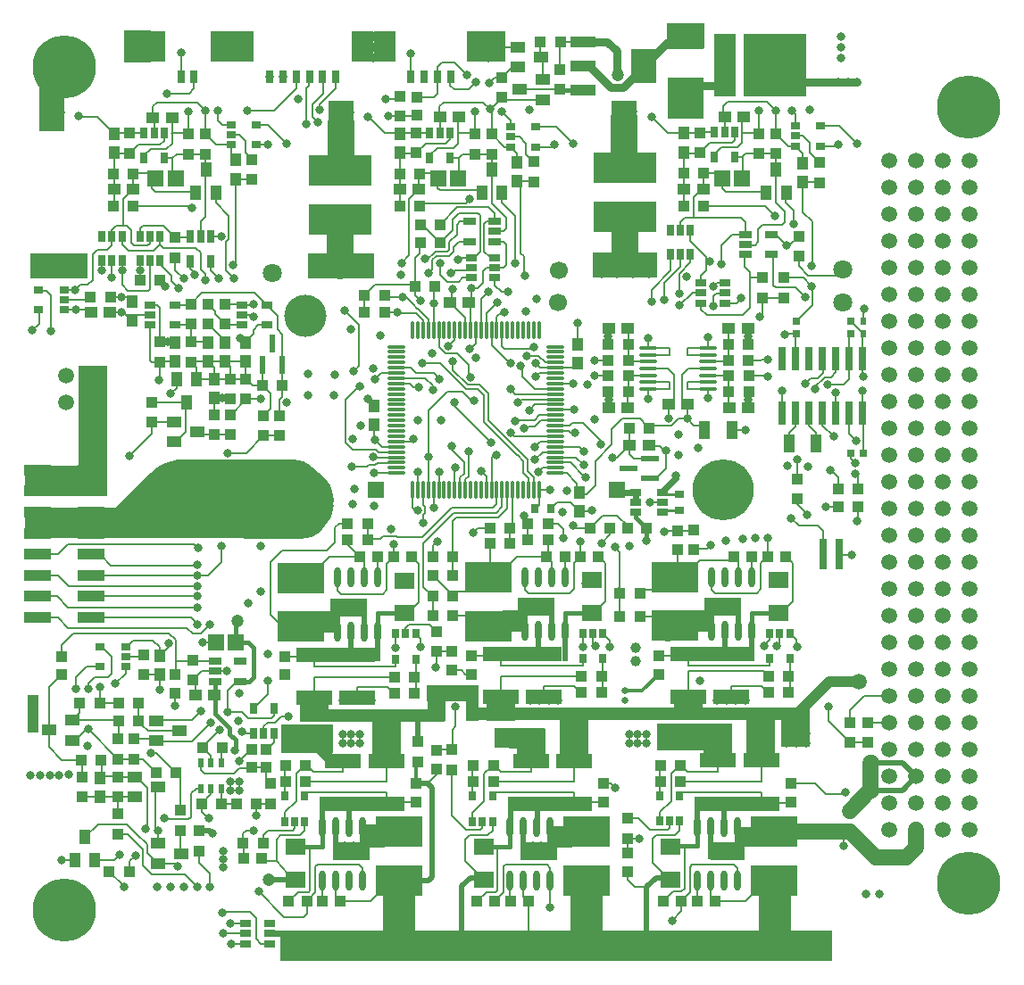
<source format=gbl>
%FSLAX44Y44*%
%MOMM*%
G71*
G01*
G75*
G04 Layer_Physical_Order=6*
G04 Layer_Color=16711680*
%ADD10C,2.0000*%
%ADD11R,1.0000X1.1000*%
%ADD12R,1.2000X1.1000*%
%ADD13R,4.0000X4.0000*%
%ADD14R,0.6100X1.2700*%
%ADD15R,3.9100X3.7500*%
G04:AMPARAMS|DCode=16|XSize=4mm|YSize=10mm|CornerRadius=1mm|HoleSize=0mm|Usage=FLASHONLY|Rotation=0.000|XOffset=0mm|YOffset=0mm|HoleType=Round|Shape=RoundedRectangle|*
%AMROUNDEDRECTD16*
21,1,4.0000,8.0000,0,0,0.0*
21,1,2.0000,10.0000,0,0,0.0*
1,1,2.0000,1.0000,-4.0000*
1,1,2.0000,-1.0000,-4.0000*
1,1,2.0000,-1.0000,4.0000*
1,1,2.0000,1.0000,4.0000*
%
%ADD16ROUNDEDRECTD16*%
%ADD17R,0.9100X3.0000*%
%ADD18R,5.6000X6.3500*%
%ADD19R,1.0000X0.7000*%
%ADD20R,1.1000X1.1000*%
%ADD21R,1.1000X1.2000*%
%ADD22R,1.5000X1.9000*%
%ADD23R,4.5000X3.0000*%
%ADD24R,6.0000X6.0000*%
%ADD25R,6.0000X2.0000*%
%ADD26R,2.1000X3.0000*%
%ADD27R,0.8000X1.3000*%
%ADD28R,3.5000X1.4000*%
%ADD29R,1.4000X3.5000*%
%ADD30R,0.6500X1.0500*%
%ADD31R,2.0000X1.2000*%
%ADD32R,3.2000X1.0000*%
%ADD33R,2.2000X0.6000*%
%ADD34R,1.8000X3.6000*%
%ADD35C,0.6000*%
%ADD36C,0.5000*%
%ADD37C,0.2000*%
%ADD38C,0.3000*%
%ADD39C,3.0000*%
%ADD40C,0.8000*%
%ADD41C,1.0000*%
%ADD42C,0.9000*%
%ADD43C,2.5000*%
%ADD44R,7.4500X4.6250*%
%ADD45R,9.9750X4.0250*%
%ADD46R,5.1750X10.4000*%
%ADD47R,4.5050X10.5100*%
%ADD48R,6.0000X12.8250*%
%ADD49R,3.6750X7.1250*%
%ADD50R,4.4500X9.4500*%
%ADD51R,3.3500X4.9500*%
%ADD52R,2.7750X4.9500*%
%ADD53R,2.4750X3.0000*%
%ADD54R,1.6750X2.9750*%
%ADD55R,3.4750X1.4000*%
%ADD56R,1.9750X6.4580*%
%ADD57R,1.0000X0.5750*%
%ADD58R,6.0000X14.0500*%
%ADD59R,2.4000X2.8960*%
%ADD60R,6.1000X8.1000*%
%ADD61R,10.7750X4.8000*%
%ADD62R,7.8000X3.9750*%
%ADD63R,2.4320X7.9440*%
%ADD64R,3.8000X37.1000*%
%ADD65R,21.1000X4.0500*%
%ADD66R,10.8840X4.8000*%
%ADD67R,2.4000X6.0670*%
%ADD68R,52.1900X2.9500*%
%ADD69R,4.5050X14.9600*%
%ADD70R,0.9250X1.1250*%
%ADD71R,4.5300X15.0600*%
%ADD72R,4.3240X3.9600*%
%ADD73R,2.0500X3.1000*%
%ADD74R,2.0500X3.1500*%
%ADD75R,2.5750X2.6000*%
%ADD76R,2.0750X2.9750*%
%ADD77R,2.0500X2.4750*%
%ADD78R,2.5250X2.6750*%
%ADD79R,2.0750X1.9250*%
%ADD80R,2.0500X2.6500*%
%ADD81R,2.6500X3.9750*%
%ADD82R,2.0500X3.3750*%
%ADD83R,2.0500X3.8750*%
%ADD84R,2.0500X3.2750*%
%ADD85R,2.0500X3.4000*%
%ADD86R,2.0500X3.1250*%
%ADD87R,2.4250X1.3000*%
%ADD88R,22.6250X3.2250*%
%ADD89R,21.7000X7.1000*%
%ADD90R,3.2250X18.4000*%
%ADD91R,6.9750X10.0250*%
%ADD92R,1.5000X1.5000*%
%ADD93C,2.5000*%
%ADD94C,4.0000*%
%ADD95C,1.5000*%
%ADD96R,1.5000X1.5000*%
%ADD97C,0.8000*%
%ADD98C,1.0000*%
%ADD99C,1.2000*%
%ADD100C,6.0000*%
%ADD101C,1.7000*%
%ADD102C,1.8000*%
%ADD103C,0.6600*%
%ADD104C,1.5000*%
%ADD105C,0.4000*%
%ADD106C,0.2500*%
%ADD107R,3.3750X5.0250*%
%ADD108R,2.3750X1.3000*%
%ADD109R,2.4250X1.6250*%
%ADD110R,3.4250X0.7750*%
%ADD111R,2.6000X1.7250*%
%ADD112R,3.5250X0.8250*%
%ADD113R,2.4000X1.6250*%
%ADD114R,1.4500X2.4500*%
%ADD115R,2.6250X1.7750*%
%ADD116R,3.5250X0.9500*%
%ADD117R,3.3750X34.9250*%
%ADD118R,5.3250X2.3250*%
%ADD119R,6.0000X2.2500*%
%ADD120R,6.0750X2.3000*%
%ADD121C,5.8000*%
%ADD122C,1.0160*%
%ADD123C,1.9160*%
%ADD124C,2.0160*%
%ADD125C,1.3160*%
%ADD126C,1.5160*%
%ADD127C,1.6160*%
%ADD128C,1.8160*%
%ADD129C,0.2540*%
%ADD130C,3.5160*%
%ADD131C,3.2160*%
%ADD132C,4.0160*%
%ADD133C,1.3460*%
%ADD134R,2.3000X4.9750*%
%ADD135R,3.1000X1.5250*%
%ADD136R,2.5000X1.7250*%
%ADD137R,2.6750X1.7750*%
%ADD138R,3.6000X1.0000*%
%ADD139R,2.5250X1.6750*%
%ADD140R,1.5000X2.5250*%
%ADD141R,3.5500X0.8500*%
%ADD142R,2.7000X1.7500*%
%ADD143R,3.4250X1.0750*%
%ADD144R,3.5250X1.0500*%
%ADD145R,2.4250X1.7250*%
%ADD146R,2.4500X1.6500*%
%ADD147R,2.4500X1.2500*%
%ADD148R,5.3000X2.3000*%
%ADD149R,6.0250X2.3000*%
%ADD150R,6.0500X2.3250*%
%ADD151R,3.4250X34.9500*%
%ADD152C,0.2000*%
%ADD153R,1.1000X1.8000*%
%ADD154R,1.1000X1.1000*%
%ADD155R,6.0000X6.0000*%
%ADD156R,2.0000X6.0000*%
%ADD157R,2.4000X3.3000*%
%ADD158R,2.4000X1.0000*%
%ADD159R,1.4000X1.0000*%
%ADD160R,0.6500X1.1000*%
%ADD161R,0.9000X0.6500*%
%ADD162R,1.0000X1.4000*%
%ADD163R,1.5000X1.6000*%
%ADD164R,0.7000X1.3000*%
%ADD165R,1.1000X0.6500*%
%ADD166R,0.6000X1.8000*%
%ADD167R,1.3000X0.7000*%
%ADD168R,1.0500X0.6500*%
%ADD169O,1.8000X0.3000*%
%ADD170O,0.3000X1.8000*%
%ADD171O,1.7000X0.3500*%
%ADD172R,1.8000X0.6000*%
%ADD173R,1.9000X1.5000*%
%ADD174R,0.6500X0.9000*%
%ADD175R,2.5000X1.0000*%
%ADD176R,1.0500X1.0800*%
%ADD177O,0.6000X1.9500*%
%ADD178R,1.0800X1.0500*%
%ADD179R,0.5500X0.9500*%
%ADD180R,0.6000X0.8000*%
%ADD181R,0.8000X0.7000*%
%ADD182R,0.6500X3.0000*%
%ADD183R,0.7000X0.8000*%
%ADD184R,0.6500X2.2000*%
%ADD185R,1.0000X1.8000*%
%ADD186R,0.9000X0.7000*%
%ADD187R,0.7000X0.9000*%
%ADD188R,6.0000X3.0000*%
%ADD189R,2.6500X3.0250*%
%ADD190R,2.2500X3.0000*%
%ADD191R,5.4000X2.4750*%
%ADD192R,6.1250X2.4250*%
%ADD193R,6.2500X2.4250*%
%ADD194R,3.5000X3.9000*%
%ADD195R,1.3000X3.2000*%
%ADD196R,4.9000X1.5000*%
%ADD197R,1.7000X3.2000*%
%ADD198R,13.8000X1.3000*%
%ADD199R,3.1000X4.5000*%
%ADD200R,52.4000X2.9500*%
%ADD201R,2.7000X3.3000*%
%ADD202R,7.1000X2.5000*%
%ADD203R,4.9000X2.7000*%
%ADD204R,4.7000X1.9000*%
%ADD205R,2.7000X3.5000*%
%ADD206R,2.7000X2.7000*%
%ADD207R,2.7000X1.8000*%
%ADD208R,2.7000X1.9000*%
%ADD209R,2.7000X3.9000*%
%ADD210R,2.7000X3.6000*%
%ADD211R,32.3500X1.3000*%
%ADD212R,0.6100X3.1400*%
%ADD213R,3.2000X1.7100*%
%ADD214R,2.4800X2.0750*%
%ADD215R,0.6000X1.8000*%
%ADD216R,0.6000X2.8900*%
%ADD217R,1.4900X1.4000*%
%ADD218R,2.4800X2.0270*%
%ADD219R,2.4800X2.0440*%
%ADD220R,2.4800X2.1920*%
%ADD221R,2.4800X1.9810*%
%ADD222R,0.6000X2.3100*%
%ADD223R,2.4800X2.0650*%
%ADD224R,7.8750X3.0000*%
%ADD225R,2.7000X12.4250*%
%ADD226R,15.4900X3.0000*%
%ADD227R,2.4750X2.8750*%
%ADD228R,2.4750X2.9000*%
%ADD229R,2.4750X4.2000*%
%ADD230R,1.0250X3.6500*%
%ADD231R,3.5250X2.3500*%
G36*
X217527Y427634D02*
Y427634D01*
X217647Y427742D01*
X222380Y427276D01*
X227046Y425861D01*
X231346Y423562D01*
X235115Y420469D01*
X238238Y417960D01*
X241446Y415535D01*
X246361Y410686D01*
Y410686D01*
X246361D01*
X246361D01*
Y410686D01*
X246361Y410686D01*
X246489Y410681D01*
Y410681D01*
X249559Y407087D01*
X252078Y402977D01*
X253922Y398523D01*
X255048Y393835D01*
X255426Y389029D01*
X255079Y384702D01*
X255079D01*
X255157Y384618D01*
X254826Y380416D01*
X253823Y376236D01*
X252177Y372264D01*
X249931Y368598D01*
X247139Y365329D01*
X242240Y360256D01*
X242240Y360256D01*
X242240Y360256D01*
X242232Y360091D01*
X238460Y356995D01*
X234047Y354636D01*
X229259Y353184D01*
X224280Y352694D01*
X117000Y353000D01*
X46500Y361750D01*
Y376111D01*
X46500D01*
X46430Y376191D01*
X46742Y378562D01*
X47688Y380846D01*
X49193Y382807D01*
X81853Y415353D01*
Y415353D01*
X81857Y415480D01*
X86043Y419151D01*
X90749Y422295D01*
X95826Y424799D01*
X101186Y426618D01*
X106737Y427723D01*
X112386Y428093D01*
X217527Y427634D01*
D02*
G37*
D11*
X-3000Y240500D02*
D03*
Y223500D02*
D03*
X474389Y336000D02*
D03*
X457389D02*
D03*
X506389D02*
D03*
X489389D02*
D03*
X568211Y8690D02*
D03*
X585211D02*
D03*
X600211D02*
D03*
X617211D02*
D03*
X390861Y8560D02*
D03*
X407861D02*
D03*
X422861D02*
D03*
X439861D02*
D03*
X212751Y8580D02*
D03*
X229751D02*
D03*
X244751D02*
D03*
X261751D02*
D03*
X105000Y223500D02*
D03*
Y206500D02*
D03*
X329099Y335400D02*
D03*
X312099D02*
D03*
X297099D02*
D03*
X280099D02*
D03*
X651779Y336020D02*
D03*
X634779D02*
D03*
X683779D02*
D03*
X666779D02*
D03*
X334500Y771500D02*
D03*
Y754500D02*
D03*
X178000Y135500D02*
D03*
Y152500D02*
D03*
X191500Y135500D02*
D03*
Y152500D02*
D03*
D12*
X644000Y753000D02*
D03*
X626000D02*
D03*
X587660Y684290D02*
D03*
X605660D02*
D03*
X374000Y753000D02*
D03*
X356000D02*
D03*
X318320Y684060D02*
D03*
X336320D02*
D03*
X102000Y752000D02*
D03*
X84000D02*
D03*
X46840Y684080D02*
D03*
X64840D02*
D03*
X43000Y568000D02*
D03*
X25000D02*
D03*
X383750Y577000D02*
D03*
X365750D02*
D03*
X516000Y552250D02*
D03*
X534000D02*
D03*
X516000Y477250D02*
D03*
X534000D02*
D03*
X648000Y552250D02*
D03*
X630000D02*
D03*
X648500Y477250D02*
D03*
X630500D02*
D03*
X573000Y480250D02*
D03*
X591000D02*
D03*
X554000Y441500D02*
D03*
X536000D02*
D03*
X124000Y204000D02*
D03*
X142000D02*
D03*
D19*
X567500Y378000D02*
D03*
Y387500D02*
D03*
Y397000D02*
D03*
X541500Y397000D02*
D03*
Y387500D02*
D03*
Y378000D02*
D03*
D20*
X335500Y141000D02*
D03*
Y160000D02*
D03*
X318000Y753500D02*
D03*
Y772500D02*
D03*
X83000Y463500D02*
D03*
Y482500D02*
D03*
X695000Y390500D02*
D03*
Y409500D02*
D03*
X534000Y68500D02*
D03*
Y87500D02*
D03*
X65500Y143500D02*
D03*
Y162500D02*
D03*
X51000Y143500D02*
D03*
Y162500D02*
D03*
X353000Y245500D02*
D03*
Y264500D02*
D03*
X470000Y798000D02*
D03*
Y779000D02*
D03*
X415000Y771500D02*
D03*
Y790500D02*
D03*
X405320Y717810D02*
D03*
Y736810D02*
D03*
X389320Y736810D02*
D03*
Y717810D02*
D03*
X333320Y737810D02*
D03*
Y718810D02*
D03*
X445000Y710500D02*
D03*
Y691500D02*
D03*
X133840Y717830D02*
D03*
Y736830D02*
D03*
X117840Y736830D02*
D03*
Y717830D02*
D03*
X62000Y737500D02*
D03*
Y718500D02*
D03*
X178000Y712500D02*
D03*
Y693500D02*
D03*
X105000Y638500D02*
D03*
Y619500D02*
D03*
X120000Y556500D02*
D03*
Y575500D02*
D03*
X136000Y556500D02*
D03*
Y575500D02*
D03*
X152000Y556500D02*
D03*
Y575500D02*
D03*
X90000Y539500D02*
D03*
Y520500D02*
D03*
X120000Y520500D02*
D03*
Y539500D02*
D03*
X157000Y504500D02*
D03*
Y485500D02*
D03*
X172000Y485500D02*
D03*
Y504500D02*
D03*
X142000Y451500D02*
D03*
Y470500D02*
D03*
X157000Y451500D02*
D03*
Y470500D02*
D03*
X367000Y152500D02*
D03*
Y133500D02*
D03*
X128000Y75500D02*
D03*
Y56500D02*
D03*
X109500Y95000D02*
D03*
Y76000D02*
D03*
X51000Y91500D02*
D03*
Y72500D02*
D03*
X195500Y101500D02*
D03*
Y120500D02*
D03*
X51000Y107500D02*
D03*
Y126500D02*
D03*
X17000Y126500D02*
D03*
Y107500D02*
D03*
X122000Y237750D02*
D03*
Y218750D02*
D03*
X75000Y223500D02*
D03*
Y242500D02*
D03*
X762000Y159500D02*
D03*
Y178500D02*
D03*
X745000Y159500D02*
D03*
Y178500D02*
D03*
X597000Y361000D02*
D03*
Y342000D02*
D03*
X662000Y600500D02*
D03*
Y581500D02*
D03*
X682000Y600500D02*
D03*
Y581500D02*
D03*
X716000Y709500D02*
D03*
Y690500D02*
D03*
X602660Y738040D02*
D03*
Y719040D02*
D03*
X658660Y737040D02*
D03*
Y718040D02*
D03*
X674660Y718040D02*
D03*
Y737040D02*
D03*
X696500Y640000D02*
D03*
Y621000D02*
D03*
X204000Y469500D02*
D03*
Y450500D02*
D03*
X188500Y469500D02*
D03*
Y450500D02*
D03*
D21*
X294000Y479000D02*
D03*
Y461000D02*
D03*
X487000Y537000D02*
D03*
Y519000D02*
D03*
X488000Y379000D02*
D03*
Y397000D02*
D03*
X318320Y737310D02*
D03*
Y719310D02*
D03*
X429000Y692000D02*
D03*
Y710000D02*
D03*
X46840Y737330D02*
D03*
Y719330D02*
D03*
X162000Y694000D02*
D03*
Y712000D02*
D03*
X64000Y578000D02*
D03*
Y560000D02*
D03*
X105000Y539000D02*
D03*
Y521000D02*
D03*
X136000Y539000D02*
D03*
Y521000D02*
D03*
X152000Y521000D02*
D03*
Y539000D02*
D03*
X172000Y539000D02*
D03*
Y521000D02*
D03*
X142000Y504000D02*
D03*
Y486000D02*
D03*
X34000Y126000D02*
D03*
Y108000D02*
D03*
X90000Y224000D02*
D03*
Y242000D02*
D03*
X700000Y691000D02*
D03*
Y709000D02*
D03*
X587660Y737540D02*
D03*
Y719540D02*
D03*
D23*
X495360Y28560D02*
D03*
Y74560D02*
D03*
X672710Y28690D02*
D03*
Y74690D02*
D03*
X317250Y28580D02*
D03*
Y74580D02*
D03*
X401890Y316000D02*
D03*
Y270000D02*
D03*
X579280Y316020D02*
D03*
Y270020D02*
D03*
X224600Y315400D02*
D03*
Y269400D02*
D03*
D26*
X391890Y819880D02*
D03*
X303390D02*
D03*
X169390Y819880D02*
D03*
X282890D02*
D03*
X148640Y819880D02*
D03*
X85140D02*
D03*
D27*
X366250Y791500D02*
D03*
X353750D02*
D03*
X341250D02*
D03*
X328750D02*
D03*
X232250D02*
D03*
X219750D02*
D03*
X207250D02*
D03*
X194750D02*
D03*
X244750D02*
D03*
X257250D02*
D03*
X123000Y791500D02*
D03*
X110500D02*
D03*
D28*
X589000Y783000D02*
D03*
Y824000D02*
D03*
X442360Y142060D02*
D03*
Y101060D02*
D03*
X483360Y142060D02*
D03*
Y101060D02*
D03*
X619710Y142190D02*
D03*
Y101190D02*
D03*
X660710Y142190D02*
D03*
Y101190D02*
D03*
X264250Y101080D02*
D03*
Y142080D02*
D03*
X305250Y101080D02*
D03*
Y142080D02*
D03*
X236600Y242900D02*
D03*
Y201900D02*
D03*
X277600Y242900D02*
D03*
Y201900D02*
D03*
X413890Y202500D02*
D03*
Y243500D02*
D03*
X454890Y202500D02*
D03*
Y243500D02*
D03*
X591280Y243520D02*
D03*
Y202520D02*
D03*
X632280Y243520D02*
D03*
Y202520D02*
D03*
D30*
X71500Y616750D02*
D03*
X81000D02*
D03*
X90500D02*
D03*
Y639250D02*
D03*
X81000D02*
D03*
X71500D02*
D03*
X35500D02*
D03*
X45000D02*
D03*
X54500D02*
D03*
Y616750D02*
D03*
X45000D02*
D03*
X35500D02*
D03*
X574500Y645250D02*
D03*
X584000D02*
D03*
X593500D02*
D03*
Y622750D02*
D03*
X584000D02*
D03*
X574500D02*
D03*
D35*
X525280Y397000D02*
X541500D01*
X567500Y397000D02*
Y398000D01*
X579500Y410000D01*
Y412500D01*
X194250Y-22000D02*
X207250D01*
X541500Y387500D02*
Y397000D01*
D36*
X335500Y160000D02*
Y186500D01*
X137750Y75500D02*
X140250Y73000D01*
X128000Y75500D02*
X137750D01*
X317250Y28580D02*
X345080D01*
X348250Y31750D02*
Y116250D01*
X345080Y28580D02*
X348250Y31750D01*
X344170Y120330D02*
X348250Y116250D01*
X333250Y120330D02*
X344170D01*
X194000Y29080D02*
X216920D01*
X385060Y31060D02*
X395940D01*
X561190Y31190D02*
X571810D01*
X552000Y-25000D02*
X552500Y-25500D01*
X552000Y-25000D02*
Y22000D01*
X561190Y31190D01*
X377000Y23000D02*
X385060Y31060D01*
X794860Y139860D02*
X807720Y127000D01*
X765000Y139860D02*
X794860D01*
Y114140D02*
X807720Y127000D01*
X765000Y114140D02*
X794860D01*
X216920Y29080D02*
X218262Y30232D01*
X219250Y31080D01*
X377000Y-26000D02*
Y23000D01*
X395940Y31060D02*
X397360D01*
X571810Y31190D02*
X574710D01*
D37*
X88250Y22000D02*
G03*
X87500Y20189I1811J-1811D01*
G01*
X318000Y753500D02*
X333500D01*
X334500Y771500D02*
X350000D01*
X662800Y227000D02*
X667780Y222020D01*
X591280Y227000D02*
X662800D01*
X591280Y202520D02*
Y227000D01*
X182000Y-27000D02*
Y-7250D01*
X175750Y-1000D02*
X182000Y-7250D01*
X151000Y-1000D02*
X175750D01*
X714500Y365000D02*
X719500Y360000D01*
X696250Y365000D02*
X714500D01*
X689422Y371828D02*
X696250Y365000D01*
X719500Y338500D02*
Y360000D01*
X83000Y452750D02*
Y463500D01*
X61250Y431000D02*
X83000Y452750D01*
X59750Y72500D02*
X74250Y58000D01*
X68749Y72500D02*
X78250Y63000D01*
X59250Y82000D02*
X68749Y72500D01*
X51000Y72500D02*
X59750D01*
X76500Y77000D02*
X78500Y79000D01*
X148500Y330750D02*
Y345500D01*
X135730Y317980D02*
X148500Y330750D01*
X48000Y215000D02*
X58000Y225000D01*
X41000Y221000D02*
X45000Y225000D01*
X29000Y221000D02*
X41000D01*
X23000Y215000D02*
X29000Y221000D01*
X489389Y336000D02*
Y350389D01*
X302151Y354901D02*
X314998D01*
X364679Y621280D02*
X369000Y625601D01*
X353118Y621280D02*
X364679D01*
X345000Y604500D02*
X349017Y608517D01*
Y617179D01*
X414471Y587029D02*
X420521D01*
X408250Y593250D02*
X414471Y587029D01*
X393475Y499025D02*
X402000Y490500D01*
X339500Y519000D02*
X356487D01*
X415000Y535750D02*
X417500Y533250D01*
X273000Y437250D02*
X295399D01*
X266263Y443987D02*
X273000Y437250D01*
X294650Y422500D02*
X296900Y424750D01*
X288850Y422500D02*
X294650D01*
X287101Y420750D02*
X288850Y422500D01*
X272500Y420750D02*
X287101D01*
X251400Y335400D02*
X280350D01*
X268500Y347250D02*
X280350Y335400D01*
X268500Y347250D02*
Y352000D01*
X248750Y341500D02*
X256750Y349500D01*
X206000Y341500D02*
X248750D01*
X195000Y330500D02*
X206000Y341500D01*
X90000Y242000D02*
Y249750D01*
X83750Y256000D02*
X90000Y249750D01*
X64750Y256000D02*
X83750D01*
X59250Y250500D02*
X64750Y256000D01*
X58000Y250500D02*
X59250D01*
X21250Y231500D02*
X34000D01*
X11000Y221250D02*
X21250Y231500D01*
X11000Y210000D02*
Y221250D01*
X6750Y182750D02*
X8750Y180750D01*
X120594Y160344D02*
X138500Y178250D01*
X86656Y160344D02*
X120594D01*
X160413Y129500D02*
X160750D01*
X160407Y129506D02*
X160413Y129500D01*
X154608Y129506D02*
X160407D01*
X154602Y129500D02*
X154608Y129506D01*
X133000Y129500D02*
X154602D01*
X166000Y134750D02*
X177250D01*
X160750Y129500D02*
X166000Y134750D01*
X78500Y79000D02*
Y116750D01*
X68750Y126500D02*
X78500Y116750D01*
X51000Y126500D02*
X68750D01*
X74250Y42507D02*
Y58000D01*
X88999Y44500D02*
X105000D01*
X604000Y460000D02*
X606000Y458000D01*
X597000Y460000D02*
X604000D01*
X590500Y466500D02*
X597000Y460000D01*
X633750Y455750D02*
X645500D01*
X523500Y429500D02*
X535500Y441500D01*
X519750Y429500D02*
X523500D01*
X503250Y426000D02*
X519250Y442000D01*
Y456493D01*
X21750Y172750D02*
X51000Y143500D01*
X11750Y162750D02*
X21750Y172750D01*
X8750Y162750D02*
X11750D01*
X8750Y180750D02*
X50750D01*
X51500Y180000D01*
X7501Y180500D02*
X14500Y187499D01*
Y197000D01*
X-14501Y211999D02*
X-3000Y223500D01*
X-14501Y155001D02*
Y211999D01*
Y155001D02*
X-2500Y143000D01*
X15500D01*
X7501Y161500D02*
X8750Y162750D01*
X87243Y149757D02*
X106000Y131000D01*
X82004Y149757D02*
X87243D01*
X121250Y181000D02*
X129000Y188750D01*
X74500Y143500D02*
X87000Y131000D01*
X109500Y95000D02*
Y127500D01*
X107500Y94000D02*
X111500D01*
X95000Y87500D02*
X96000Y86500D01*
X117750D01*
X120000Y88750D01*
Y111000D01*
X124750Y115750D01*
X129500D01*
X86000Y78500D02*
X88999Y75501D01*
Y63500D02*
Y75501D01*
Y44500D02*
X91750Y41750D01*
X78250Y54750D02*
X88499Y44500D01*
X78250Y54750D02*
Y63000D01*
X110000Y55499D02*
Y75500D01*
X82757Y34000D02*
X113750D01*
X74250Y42507D02*
X82757Y34000D01*
X129500Y133000D02*
X133000Y129500D01*
X129500Y133000D02*
Y140250D01*
X31999Y82000D02*
X59250D01*
X19500Y69501D02*
X31999Y82000D01*
X29000Y47499D02*
X46999D01*
X42500Y37000D02*
X56500Y23000D01*
X46999Y47499D02*
X52000Y52500D01*
X85001Y117000D02*
X86000Y116001D01*
Y78500D02*
Y116001D01*
X340000Y384899D02*
Y399500D01*
Y384899D02*
X342000Y382900D01*
Y377100D02*
Y382900D01*
X340000Y375101D02*
X342000Y377100D01*
X340000Y367500D02*
Y375101D01*
X332250Y380000D02*
X335000D01*
X330000Y382250D02*
X332250Y380000D01*
X299750Y352500D02*
X302151Y354901D01*
X314998D02*
X315650Y354250D01*
X339250D01*
X367080Y382080D01*
X461000Y381000D02*
X467000Y387000D01*
X480000D01*
X488000Y379000D01*
X555000Y387500D02*
X567500D01*
X450000Y399500D02*
X460750D01*
X446000Y381000D02*
X450000Y385000D01*
Y399500D01*
X570500Y419500D02*
Y436500D01*
X561000Y410000D02*
X570500Y419500D01*
X555000Y410000D02*
X561000D01*
X536000Y433000D02*
Y441500D01*
Y433000D02*
X540000Y429000D01*
X555000D01*
X569500Y360250D02*
X581500D01*
X492500Y409000D02*
X494500Y411000D01*
X488000Y379000D02*
X500250D01*
X564250Y441000D02*
X568250Y437000D01*
X554000Y441000D02*
X564250D01*
X552000Y460000D02*
X575649D01*
X545500Y466500D02*
X552000Y460000D01*
X529257Y466500D02*
X545500D01*
X519250Y456493D02*
X529257Y466500D01*
X581500Y360250D02*
X596250D01*
X581500Y318240D02*
Y342750D01*
X631009Y332250D02*
X634779Y336020D01*
X602310Y332250D02*
X631009D01*
X586080Y316020D02*
X602310Y332250D01*
X353750Y775250D02*
Y791500D01*
X350000Y771500D02*
X353750Y775250D01*
X304750Y770000D02*
X318500D01*
X307750Y753500D02*
X320500D01*
X313800Y737750D02*
X316280Y735270D01*
X303500Y737750D02*
X313800D01*
X696500Y611250D02*
X705500Y602250D01*
X696500Y611250D02*
Y621000D01*
X687500Y631000D02*
X696500Y640000D01*
X709000Y611745D02*
Y653750D01*
X700000Y662750D02*
X709000Y653750D01*
X700000Y662750D02*
Y691000D01*
X370000Y541500D02*
Y550500D01*
X364000Y535500D02*
X370000Y541500D01*
X355000Y534600D02*
Y550500D01*
Y534600D02*
X361101Y528500D01*
X369000Y573500D02*
X380000Y562500D01*
Y550500D02*
Y562500D01*
X385000Y550500D02*
Y572000D01*
X395000Y580000D02*
X402000Y587000D01*
X395000Y550500D02*
Y580000D01*
X400000Y566500D02*
X410500Y577000D01*
X400000Y550500D02*
Y566500D01*
X350000Y550500D02*
Y576000D01*
X334750Y571000D02*
X345000Y560750D01*
X340000Y550500D02*
Y560093D01*
X333093Y567000D02*
X340000Y560093D01*
X319750Y567000D02*
X333093D01*
X90000Y242000D02*
X98500Y250500D01*
X105500Y236500D02*
Y256500D01*
X99000Y263000D02*
X105500Y256500D01*
X8000Y263000D02*
X99000D01*
X90000Y503750D02*
Y520500D01*
X100750Y490250D02*
X106500Y496000D01*
Y504001D01*
X666779Y336020D02*
Y352779D01*
X587860Y737740D02*
X602660D01*
X588460Y718740D02*
X602660D01*
X587660Y699290D02*
Y719540D01*
Y684290D02*
Y699290D01*
Y668790D02*
Y684290D01*
X674660Y703041D02*
Y718040D01*
Y702204D02*
Y703041D01*
X658660Y718040D02*
X674660D01*
X645890D02*
X658660D01*
X642500Y700040D02*
X643350D01*
X642410D02*
X642500D01*
X508060Y263000D02*
X509225Y261835D01*
X724250Y179750D02*
X744750Y159250D01*
X744750D02*
X749000Y155000D01*
X740500D02*
X749000D01*
X337000Y623500D02*
Y634000D01*
X367500Y577000D02*
Y589250D01*
X10900Y570000D02*
X25000D01*
X4250Y307500D02*
X126250D01*
X684308Y671722D02*
Y681880D01*
X414968Y671492D02*
Y681650D01*
X143488Y671512D02*
Y681670D01*
X454001Y810000D02*
Y812000D01*
Y788500D02*
Y810000D01*
X318520Y737510D02*
X333320D01*
X319120Y718510D02*
X333320D01*
X318320Y699060D02*
Y719310D01*
Y684060D02*
Y699060D01*
Y668560D02*
Y684060D01*
X405320Y702811D02*
Y717810D01*
Y701974D02*
Y702811D01*
X389320Y717810D02*
X405320D01*
X377820D02*
X389320D01*
X373500Y699810D02*
X374010D01*
X373070D02*
X373500D01*
X336820Y671250D02*
X381000D01*
X333630D02*
X336820D01*
X649000Y507250D02*
X667000D01*
X432500Y623750D02*
Y692000D01*
X369500Y478750D02*
X404250Y444000D01*
X44250Y327500D02*
X127000D01*
X615500Y573750D02*
Y583000D01*
X242000Y762750D02*
X242163D01*
X278250Y496750D02*
X283500D01*
X62000Y737830D02*
X75330D01*
X61840D02*
X62000D01*
X13500Y753250D02*
X30920D01*
X46840Y699080D02*
Y719330D01*
Y684080D02*
Y699080D01*
Y668580D02*
Y684080D01*
X133840Y702831D02*
Y717830D01*
Y701994D02*
Y702831D01*
X117840Y717830D02*
X133840D01*
X106360D02*
X117840D01*
X272994Y513006D02*
X275506D01*
X272013Y512025D02*
X272994Y513006D01*
X317500Y569250D02*
X319750Y567000D01*
X312750Y568000D02*
X314000Y569250D01*
X-24000Y557000D02*
Y569800D01*
X-24600Y588100D02*
X-16700D01*
X105000Y574500D02*
X120000D01*
X149750Y485500D02*
X157000D01*
X142500D02*
X149750D01*
X80960Y522040D02*
X82500Y520500D01*
X178998Y574500D02*
X179500D01*
X168000D02*
X178998D01*
X115250Y482251D02*
X115499Y482500D01*
X115250Y481999D02*
Y482251D01*
Y453750D02*
Y481999D01*
X142000Y451500D02*
X157000D01*
X128501D02*
X142000D01*
X590500Y466500D02*
Y480250D01*
X488750Y395000D02*
X495250D01*
X437250Y456750D02*
X439960Y459460D01*
X523672Y303828D02*
X526500Y306657D01*
X535500Y441500D02*
Y457500D01*
X89500Y223500D02*
X90000Y223000D01*
X534500Y507750D02*
X553500D01*
X534000Y477250D02*
Y492250D01*
X630000Y537250D02*
Y552250D01*
Y522750D02*
Y537250D01*
X534500Y520750D02*
X553500D01*
X534500Y537250D02*
Y552250D01*
Y522250D02*
Y537250D01*
X687780Y222020D02*
Y239020D01*
Y208020D02*
Y222020D01*
X510390Y222000D02*
Y239000D01*
Y208000D02*
Y222000D01*
X333100Y221400D02*
Y238400D01*
Y207400D02*
Y221400D01*
X51000Y143500D02*
X74500D01*
X105500Y236500D02*
X143000D01*
X105500Y219250D02*
Y236500D01*
X86500Y160500D02*
X86656Y160344D01*
X86500Y160500D02*
Y162999D01*
X70500Y176000D02*
X73500D01*
X68843D02*
X70500D01*
X67672Y177172D02*
X68843Y176000D01*
X34000Y107500D02*
X51000D01*
X17000D02*
X34000D01*
X56500Y22000D02*
Y23000D01*
X56500Y22000D02*
Y23000D01*
X227750Y112080D02*
X305250D01*
X218000Y60830D02*
X219250D01*
X564210Y122690D02*
Y136690D01*
Y108690D02*
Y122690D01*
X583210Y112190D02*
X660710D01*
X574710Y60940D02*
X585060D01*
X573460D02*
X574710D01*
X386860Y122560D02*
Y136560D01*
Y108560D02*
Y122560D01*
X405860Y112060D02*
X483360D01*
X397360Y60810D02*
X408190D01*
X396110D02*
X397360D01*
X208750Y122580D02*
Y136580D01*
Y108580D02*
Y122580D01*
X414968Y671492D02*
X427500Y658960D01*
Y614500D02*
Y658960D01*
X432500Y692000D02*
X444500D01*
X432500Y623750D02*
X435500Y620750D01*
X120270Y277980D02*
X126000Y272250D01*
X60000Y582000D02*
X64000Y578000D01*
X54250Y582000D02*
X60000D01*
X64000Y560000D02*
X69000Y565000D01*
X81000D01*
X56000Y568000D02*
X64000Y560000D01*
X43000Y568000D02*
X56000D01*
X43500Y582000D02*
X54250D01*
X160258Y612742D02*
X162000Y611000D01*
X160258Y612742D02*
Y612780D01*
X294500Y594000D02*
X330500D01*
X303500Y568000D02*
X312750D01*
X332500Y619000D02*
X337000Y623500D01*
X332500Y584000D02*
Y592000D01*
Y584000D02*
X337500Y579000D01*
X334600Y571000D02*
X334750D01*
X330500Y575101D02*
X334600Y571000D01*
X330500Y575101D02*
Y575250D01*
X324750Y581000D02*
X330500Y575250D01*
X345000Y550500D02*
Y560750D01*
X322000Y581000D02*
X324750D01*
X367250Y604750D02*
X370250Y607750D01*
X383500D01*
X385750Y610000D01*
X377500Y600500D02*
X385750D01*
X637500Y576500D02*
X642000Y581000D01*
X391750Y590250D02*
X397250Y595750D01*
X385500Y590250D02*
X391750D01*
X397250Y595750D02*
Y606750D01*
X400500Y610000D01*
X408250D01*
Y593250D02*
Y600500D01*
X583500Y574000D02*
X595500Y586000D01*
X603750D01*
Y602750D02*
X608750Y607750D01*
X603750Y595500D02*
Y602750D01*
X615500Y592500D02*
X618500Y595500D01*
X626250D01*
X603750Y570500D02*
X609000Y565250D01*
X603750Y570500D02*
Y576500D01*
X626250D02*
X637500D01*
X752500Y412500D02*
X753750Y413750D01*
X752500Y400000D02*
Y412500D01*
Y372500D02*
X754000Y371000D01*
X752500Y372500D02*
Y383000D01*
X733500Y400000D02*
Y411250D01*
X722000Y383000D02*
X733500D01*
X402750Y785500D02*
X407750Y790500D01*
X724250Y179750D02*
Y193250D01*
X738250Y110000D02*
X740250Y112000D01*
X722250Y110000D02*
X738250D01*
X711810Y120440D02*
X722250Y110000D01*
X745000Y159500D02*
X762000D01*
X745000Y190000D02*
X758200Y203200D01*
X782320D01*
X745000Y178500D02*
Y190000D01*
X781620Y178500D02*
X782320Y177800D01*
X762000Y178500D02*
X781620D01*
X482250Y365000D02*
X484250Y363000D01*
X498500D01*
X439500Y352000D02*
X439500Y352000D01*
Y367000D01*
X517500Y356500D02*
Y363000D01*
X500890Y253860D02*
X504000Y250750D01*
X500890Y253860D02*
Y263000D01*
X526500Y279000D02*
X526500Y279000D01*
X526500Y279000D02*
Y301000D01*
X571230Y316020D02*
X579280D01*
X379750Y224250D02*
X385890D01*
X352250Y230500D02*
X353000Y231250D01*
Y245500D01*
X544500Y68500D02*
X545000Y68000D01*
X534000Y68500D02*
X544500D01*
X344170Y120330D02*
X353250Y129410D01*
Y135000D01*
X352500Y150000D02*
Y156000D01*
X169500Y72750D02*
X172750Y76000D01*
X169500Y64000D02*
Y72750D01*
X172750Y76000D02*
X179000D01*
X169500Y64000D02*
Y66500D01*
X715500Y691000D02*
X716000Y690500D01*
X700000Y691000D02*
X715500D01*
X693000Y725500D02*
X700000Y718500D01*
Y709000D02*
Y718500D01*
X706500Y719250D02*
X716000Y709750D01*
Y709500D02*
Y709750D01*
X706500Y719250D02*
Y728500D01*
X700000Y735000D02*
X706500Y728500D01*
X693000Y735000D02*
X700000D01*
X444500Y692000D02*
X445000Y691500D01*
X423000Y724500D02*
X429000Y718500D01*
Y710000D02*
Y718500D01*
X437750Y717750D02*
Y728000D01*
X431750Y734000D02*
X437750Y728000D01*
Y717750D02*
X445000Y710500D01*
X423000Y734000D02*
X431750D01*
X162000Y694000D02*
X162500Y693500D01*
X178000D01*
X158000Y716000D02*
X162000Y712000D01*
X158000Y716000D02*
Y726500D01*
X171500Y719000D02*
Y730500D01*
Y719000D02*
X178000Y712500D01*
X166000Y736000D02*
X171500Y730500D01*
X158000Y736000D02*
X166000D01*
X90000Y209750D02*
Y223000D01*
X89500Y223500D02*
X90000Y224000D01*
X75000Y223500D02*
X89500D01*
X73500Y241000D02*
X75000Y242500D01*
X58000Y241000D02*
X73500D01*
X58000Y225000D02*
Y231500D01*
X-3000Y240500D02*
Y252000D01*
X21800Y579300D02*
X24500Y582000D01*
X-600Y579300D02*
X21800D01*
X737750Y74690D02*
X739250Y73190D01*
Y61500D02*
Y73190D01*
X397672Y463522D02*
Y489172D01*
Y463522D02*
X429444Y431750D01*
X429750D01*
X435250Y426250D01*
X431407Y435750D02*
X439250Y427907D01*
X431250Y435750D02*
X431407D01*
X420750Y446250D02*
X431250Y435750D01*
X402000Y464851D02*
Y490500D01*
Y464851D02*
X420601Y446250D01*
X420750D01*
X440000Y399500D02*
Y410194D01*
X439250Y416600D02*
X445000Y410850D01*
Y399500D02*
Y410850D01*
X449500Y416250D02*
X453250Y420000D01*
X465500D01*
X423500Y453250D02*
X426750Y450000D01*
X350000Y510250D02*
X355250Y505000D01*
Y504500D02*
Y505000D01*
X333500Y510250D02*
X350000D01*
X328750Y515000D02*
X333500Y510250D01*
X314500Y515000D02*
X328750D01*
X435500Y374500D02*
X439500Y370500D01*
Y367000D02*
Y370500D01*
X526500Y306657D02*
Y340250D01*
X522000Y344750D02*
X526500Y340250D01*
X294250Y504000D02*
X300250Y510000D01*
X314500D01*
Y505000D02*
X342250D01*
X349250Y498000D01*
X330500Y594000D02*
X332500Y592000D01*
X284500Y584000D02*
X294500Y594000D01*
X284500Y568000D02*
Y584000D01*
X303500D02*
X305500Y582000D01*
X321000D01*
X350000Y590500D02*
X351500Y592000D01*
X350000Y576000D02*
Y590500D01*
X695000Y385500D02*
Y390500D01*
Y427750D02*
X695250Y428000D01*
X695000Y409500D02*
Y427750D01*
X404250Y444000D02*
X404500Y444250D01*
X345000Y474250D02*
X363000Y492250D01*
X378750Y414750D02*
Y425750D01*
X383000Y412250D02*
Y434500D01*
X370020Y420271D02*
X370268D01*
X375000Y411000D02*
X378750Y414750D01*
X380000Y409250D02*
X383000Y412250D01*
X345000Y430250D02*
Y474250D01*
X674660Y737040D02*
X686200Y725500D01*
X693000D01*
X690000Y759000D02*
X693000Y756000D01*
Y744500D02*
Y756000D01*
X732210Y725500D02*
X733820Y727110D01*
X717000Y725500D02*
X732210D01*
X717000Y744500D02*
X734730D01*
X751420Y727810D01*
X466160Y743500D02*
X482080Y727580D01*
X447000Y743500D02*
X466160D01*
X462100Y724500D02*
X464480Y726880D01*
X447000Y724500D02*
X462100D01*
X414500Y758500D02*
X423000Y750000D01*
Y743500D02*
Y750000D01*
X397180Y766980D02*
X403705Y760455D01*
X405320Y758840D01*
X417630Y724500D02*
X423000D01*
X405320Y736810D02*
X417630Y724500D01*
X642820Y737740D02*
Y752210D01*
Y728570D02*
Y737740D01*
X657960D01*
X642650D02*
X642820D01*
X596500Y657500D02*
X596750Y657750D01*
Y676500D01*
X604540Y684290D01*
X605660D01*
X643350Y715500D02*
X645890Y718040D01*
X643350Y700040D02*
Y715500D01*
X642850Y715000D02*
X643350Y715500D01*
X635500Y715000D02*
X642850D01*
X602660Y719040D02*
X612120Y728500D01*
X632750D01*
X623250Y724250D02*
X638500D01*
X616500Y717500D02*
X623250Y724250D01*
X638500D02*
X642820Y728570D01*
X632750Y728500D02*
X635500Y731250D01*
Y739000D01*
X616500Y715000D02*
Y717500D01*
X602660Y738040D02*
X603620Y739000D01*
X616500D01*
X626000D02*
X626000Y739000D01*
Y753000D01*
X605660Y700790D02*
X606410Y700040D01*
X643350Y697224D02*
Y700040D01*
X374010Y714000D02*
X377820Y717810D01*
X374010Y699810D02*
Y714000D01*
X333320Y718810D02*
X333620D01*
X342310Y727500D01*
X361250D01*
X365500Y731750D01*
Y738000D01*
X373250Y737450D02*
X373310Y737510D01*
X373250Y727500D02*
Y737450D01*
X346500Y714000D02*
Y716250D01*
X365500Y714000D02*
X374010D01*
X333510Y738000D02*
X346500D01*
X333320Y737810D02*
X333510Y738000D01*
X356000Y753000D02*
X356000Y753000D01*
X356000Y738000D02*
Y753000D01*
X336320Y700560D02*
X337070Y699810D01*
X102000Y737530D02*
X117140D01*
X101830D02*
X102000D01*
Y752000D01*
Y728000D02*
Y737530D01*
X374010Y696994D02*
Y699810D01*
X102530Y714000D02*
X106360Y717830D01*
X102530Y699830D02*
Y714000D01*
X94500D02*
X102530D01*
X62000Y718500D02*
X70000Y726500D01*
X90500D01*
X94500Y730500D01*
Y738000D01*
X96500Y722500D02*
X102000Y728000D01*
X81750Y722500D02*
X96500D01*
X75500Y716250D02*
X81750Y722500D01*
X75500Y714000D02*
Y716250D01*
X75330Y737830D02*
X75500Y738000D01*
X84000Y752000D02*
X85390Y750610D01*
X84840Y699830D02*
X85390Y700380D01*
X102530Y697014D02*
Y699830D01*
X47640Y718530D02*
X61840D01*
X47040Y737530D02*
X61840D01*
X182000Y726500D02*
X182400Y726900D01*
X193000D01*
X192700Y745500D02*
X210600Y727600D01*
X182000Y745500D02*
X192700D01*
X133840Y736830D02*
X144170Y726500D01*
X158000D01*
X145750Y749500D02*
Y758750D01*
Y749500D02*
X149750Y745500D01*
X158000D01*
X380000Y399500D02*
Y409250D01*
X375000Y399500D02*
Y411000D01*
X10000Y588800D02*
X10800Y588000D01*
X10700Y569800D02*
X10900Y570000D01*
X138000Y22250D02*
X138250Y22000D01*
X138000Y22250D02*
Y35000D01*
X128000Y45000D02*
X138000Y35000D01*
X128000Y45000D02*
Y56500D01*
X661000Y523000D02*
X667000D01*
X660250Y522250D02*
X661000Y523000D01*
X319000Y584000D02*
X321000Y582000D01*
X322000Y581000D01*
X414500Y567500D02*
X417000D01*
X410000Y563000D02*
X414500Y567500D01*
X410000Y550500D02*
Y563000D01*
X415000Y535750D02*
Y550500D01*
X422500Y519000D02*
X422750Y519250D01*
X384500Y532250D02*
X390000Y537750D01*
Y550500D01*
X668780Y262633D02*
Y263020D01*
Y257280D02*
Y263020D01*
X591280Y232520D02*
X668780D01*
Y239020D01*
X487000Y537000D02*
Y557250D01*
X287500Y485500D02*
X294000Y479000D01*
Y447250D02*
Y461000D01*
X503250Y403000D02*
Y426000D01*
X495250Y395000D02*
X503250Y403000D01*
X502750Y522250D02*
X515500D01*
X485500Y398250D02*
X488750Y395000D01*
X446381Y459460D02*
X451921Y465000D01*
X465500D01*
X450500Y470000D02*
X465500D01*
X484960Y405877D02*
X485500Y405337D01*
X484960Y405877D02*
Y406290D01*
X465500Y415000D02*
X476250D01*
X491500Y462250D02*
X508250Y445500D01*
X481500Y462250D02*
X491500D01*
X479250Y460000D02*
X481500Y462250D01*
X488000Y440000D02*
X492750Y435250D01*
X465500Y440000D02*
X488000D01*
X478500Y455000D02*
X480000Y453500D01*
X465500Y455000D02*
X478500D01*
X479500Y425000D02*
X492500Y412000D01*
X465500Y425000D02*
X479500D01*
X485250Y430000D02*
X492750Y422500D01*
X465500Y430000D02*
X485250D01*
X480000Y453500D02*
X483750D01*
X349250Y494000D02*
Y498000D01*
X331000Y496250D02*
X336000D01*
X327250Y500000D02*
X331000Y496250D01*
X314500Y500000D02*
X327250D01*
X314500Y445000D02*
X327500D01*
X370000Y420250D02*
X370020Y420271D01*
X383000Y434500D02*
X383750Y435250D01*
X370000Y399500D02*
Y420250D01*
X293250Y415000D02*
X314500D01*
X395000Y417000D02*
X400000Y412000D01*
Y399500D02*
Y412000D01*
X425000Y365500D02*
Y399500D01*
X420000Y381580D02*
Y399500D01*
X411421Y373000D02*
X420000Y381580D01*
X406080Y382080D02*
X410000Y386000D01*
Y399500D01*
X367080Y382080D02*
X406080D01*
X415000Y383000D02*
Y391370D01*
X409540Y377540D02*
X415000Y383000D01*
X368500Y298000D02*
Y299000D01*
X349500Y318000D02*
X368500Y299000D01*
Y318000D02*
Y336000D01*
X349500Y346250D02*
X353500Y350250D01*
X349500Y336000D02*
Y346250D01*
X340250Y307250D02*
Y348500D01*
X335710Y305369D02*
Y328789D01*
X329099Y335400D02*
X335710Y328789D01*
Y305369D02*
X335800Y305279D01*
Y292600D02*
Y305279D01*
X340250Y307250D02*
X349500Y298000D01*
X206100Y269400D02*
X224600D01*
X195000Y280500D02*
X206100Y269400D01*
X458500Y337111D02*
Y352000D01*
X473000Y353500D02*
Y361750D01*
X467750Y367000D02*
X473000Y361750D01*
X458500Y367000D02*
X467750D01*
X422500Y348000D02*
Y363000D01*
X425000Y365500D01*
X387750Y358750D02*
X392000Y363000D01*
X403500D01*
X545500Y301000D02*
X549000Y304500D01*
X545500Y279000D02*
X570300D01*
X368500Y298000D02*
X372750Y302250D01*
X349500Y280000D02*
Y298000D01*
X368500Y280000D02*
X391890D01*
X408690Y316000D02*
X428690Y336000D01*
X355000Y399500D02*
Y415750D01*
X345000Y399500D02*
Y430250D01*
X350000Y382250D02*
Y399500D01*
X335000D02*
Y416000D01*
X330000Y382250D02*
Y399500D01*
X708785Y611530D02*
X709000Y611745D01*
X610500Y533750D02*
Y543500D01*
X553500Y533750D02*
Y542750D01*
Y485750D02*
Y494750D01*
X610500Y486500D02*
Y494750D01*
X573000Y467250D02*
Y480250D01*
X590500D02*
X591000D01*
X503750Y507250D02*
X515500D01*
X648500Y522250D02*
X660250D01*
X534500Y520750D02*
Y522250D01*
X158500Y-31500D02*
X171750D01*
X150500Y-22000D02*
X171750D01*
X157000Y-12500D02*
X171750D01*
X227000Y-6000D02*
X229751Y-3249D01*
X208000Y-6000D02*
X227000D01*
X184000Y18000D02*
X208000Y-6000D01*
X-6230Y277980D02*
X3500Y268250D01*
X-25400Y277980D02*
X-6230D01*
X25400D02*
X120270D01*
X-7230Y297980D02*
X3000Y287750D01*
X-25400Y297980D02*
X-7230D01*
X25400D02*
X126000D01*
X-6230Y317980D02*
X4250Y307500D01*
X-25400Y317980D02*
X-6230D01*
X-25400Y337980D02*
X-6480D01*
X470500Y824500D02*
X491500D01*
X470000Y798000D02*
Y824000D01*
X606160Y668290D02*
X607660Y666790D01*
X666520Y767210D02*
X674660Y759070D01*
X628820Y767210D02*
X666520D01*
X674660Y737040D02*
Y759070D01*
X624820Y763210D02*
X628820Y767210D01*
X658660Y737040D02*
Y758650D01*
X674656Y671374D02*
Y702200D01*
X606160Y668290D02*
X664740D01*
X673820Y659210D01*
X585620Y735500D02*
X587660Y737540D01*
X627070Y681880D02*
X665004D01*
X606410Y700040D02*
X623410D01*
Y685540D02*
X627070Y681880D01*
X373480Y737680D02*
Y751980D01*
X359480Y766980D02*
X397180D01*
X405320Y736810D02*
Y758840D01*
X355480Y762980D02*
X359480Y766980D01*
X389320Y736810D02*
Y758420D01*
X373310Y737510D02*
X388620D01*
X337070Y699810D02*
X354070D01*
X125700Y767000D02*
X133840Y758860D01*
X88000Y767000D02*
X125700D01*
X84000Y763000D02*
X88000Y767000D01*
X84000Y752000D02*
Y763000D01*
X117840Y736830D02*
Y758440D01*
X133840Y736830D02*
Y758860D01*
X573000Y480250D02*
X578040Y485290D01*
X553500Y514250D02*
X572250D01*
X578040Y508460D01*
Y485290D02*
Y508460D01*
X585960Y485290D02*
X591000Y480250D01*
X591750Y514250D02*
X610500D01*
X585960Y508460D02*
X591750Y514250D01*
X585960Y485290D02*
Y508460D01*
X648000Y537750D02*
Y545000D01*
X648500Y477250D02*
Y485000D01*
X516000Y477250D02*
Y485000D01*
X515500Y537250D02*
Y545000D01*
X534500Y492250D02*
Y507250D01*
X515500Y552250D02*
X516000D01*
X553500Y533750D02*
X573500D01*
Y527250D02*
Y533750D01*
X553500Y527250D02*
X573500D01*
X553500Y501250D02*
X573500D01*
Y494750D02*
Y501250D01*
X553500Y494750D02*
X573500D01*
X590500Y527250D02*
X610500D01*
X590500D02*
Y533750D01*
X610500D01*
X590500Y494750D02*
X610500D01*
X590500D02*
Y501250D01*
X610500D01*
Y520750D02*
X628000D01*
X630000Y477750D02*
Y492250D01*
X630000Y492250D02*
X630000Y492250D01*
X630000Y492250D02*
Y507250D01*
X610500Y507750D02*
X629500D01*
X34000Y250500D02*
X35500D01*
X45000Y241000D01*
Y225000D02*
Y241000D01*
X23000Y210000D02*
Y215000D01*
X172000Y485500D02*
X185500D01*
X178998Y562999D02*
Y563002D01*
X177000Y565000D02*
X178998Y563002D01*
X168000Y565000D02*
X177000D01*
X178998Y574999D02*
X179001D01*
X179500Y574500D01*
X98000Y539500D02*
X104500D01*
X90000D02*
X98000D01*
X120000Y539500D02*
Y556500D01*
X142000Y470500D02*
Y486000D01*
X180500Y586000D02*
X192000Y574500D01*
X120000Y539500D02*
X135500D01*
X105000Y555500D02*
X119000D01*
X120000Y556500D01*
X183500Y555500D02*
X192000D01*
X179000Y551000D02*
X183500Y555500D01*
X179000Y547000D02*
Y551000D01*
X172000Y540000D02*
X179000Y547000D01*
X172000Y539000D02*
Y540000D01*
X152000Y575500D02*
X167000D01*
X153000Y555500D02*
X168000D01*
X136000Y556494D02*
X152000Y540494D01*
Y539000D02*
Y540494D01*
X142960Y565546D02*
X152000Y556506D01*
X136000Y575500D02*
X142960Y568540D01*
Y565546D02*
Y568540D01*
X152000Y556500D02*
Y556506D01*
X120000Y539500D02*
Y540506D01*
X80960Y522040D02*
Y555460D01*
X82500Y520500D02*
X90000D01*
X81000Y574500D02*
X87500D01*
X90040Y571960D01*
Y539540D02*
Y571960D01*
X90000Y539500D02*
X90040Y539540D01*
X90500Y521000D02*
X105000D01*
X119175Y519675D02*
X120000Y520500D01*
X142000Y486000D02*
X142500Y485500D01*
X158006Y470500D02*
X172000Y484494D01*
X157000Y470500D02*
X158006D01*
X172000Y504500D02*
Y521000D01*
X120000Y520500D02*
Y521000D01*
X312099Y335400D02*
Y347901D01*
X371000Y193000D02*
X373000Y191000D01*
X371000Y174500D02*
Y193000D01*
X576000Y-10000D02*
X585211Y-789D01*
Y8690D01*
X460830Y3170D02*
Y28080D01*
X439861Y-24611D02*
Y8560D01*
X229751Y-3249D02*
Y8580D01*
X338000Y250000D02*
Y257500D01*
X333100Y262400D02*
X338000Y257500D01*
X517000Y250000D02*
Y256390D01*
X510390Y263000D02*
X517000Y256390D01*
X508060Y263000D02*
X510390D01*
X558000Y68000D02*
X561230Y71230D01*
X558000Y45000D02*
Y68000D01*
X583210Y108690D02*
Y112190D01*
Y105690D02*
Y108690D01*
X564210Y105690D02*
Y108690D01*
Y84690D02*
Y93190D01*
Y81690D02*
Y84690D01*
X572210Y62190D02*
X573460Y60940D01*
X588000Y21000D02*
Y60940D01*
X584730Y17730D02*
X588000Y21000D01*
X577251Y17730D02*
X584730D01*
X568211Y8690D02*
X577251Y17730D01*
X386860Y81560D02*
Y84560D01*
X405860Y108560D02*
Y112060D01*
Y105560D02*
Y108560D01*
X386860Y105560D02*
Y108560D01*
X401000Y71100D02*
X405860Y75960D01*
X384100Y71100D02*
X401000D01*
X380000Y67000D02*
X384100Y71100D01*
X380000Y47000D02*
Y67000D01*
X394860Y62060D02*
X396110Y60810D01*
X410400Y19400D02*
Y60810D01*
X408600Y17600D02*
X410400Y19400D01*
X399901Y17600D02*
X408600D01*
X407861Y9067D02*
X416000Y17205D01*
X390861Y8560D02*
X399901Y17600D01*
X201000Y67000D02*
X205120Y71120D01*
X223120D01*
X227750Y75750D01*
X201000Y47000D02*
Y67000D01*
X227750Y108580D02*
Y112080D01*
Y105580D02*
Y108580D01*
X208750Y105580D02*
Y108580D01*
Y84580D02*
Y93080D01*
Y81580D02*
Y84580D01*
X216750Y62080D02*
X218000Y60830D01*
X231620Y17620D02*
X233000Y19000D01*
X221791Y17620D02*
X231620D01*
X212751Y8580D02*
X221791Y17620D01*
X688710Y120440D02*
X711810D01*
X33500Y197000D02*
X34000Y212000D01*
X517690Y120310D02*
X522000Y116000D01*
X511360Y120310D02*
X517690D01*
X201000Y47000D02*
X216920Y29080D01*
X227750Y75750D02*
Y81967D01*
X380000Y47000D02*
X395940Y31060D01*
X558000Y45000D02*
X571810Y31190D01*
X583210Y75440D02*
Y82077D01*
X564466Y93190D02*
X575170Y103894D01*
Y129656D02*
X583204Y137690D01*
X575170Y103894D02*
Y129656D01*
X564210Y93190D02*
X564466D01*
X397820Y129526D02*
X405854Y137560D01*
X397820Y103764D02*
Y129526D01*
X387116Y93060D02*
X397820Y103764D01*
X386860Y93060D02*
X387116D01*
X219710Y129546D02*
X227744Y137580D01*
X219710Y103784D02*
Y129546D01*
X209006Y93080D02*
X219710Y103784D01*
X208750Y93080D02*
X209006D01*
X238000Y41630D02*
X239950Y43580D01*
X238000Y17335D02*
Y41630D01*
X229751Y8580D02*
Y9086D01*
X593000Y41280D02*
X595410Y43690D01*
X593000Y16985D02*
Y41280D01*
X585211Y9197D02*
X593000Y16985D01*
X595410Y43690D02*
X634810D01*
X585211Y8690D02*
Y9197D01*
X407861Y8560D02*
Y9067D01*
X416000Y17205D02*
Y41500D01*
X418060Y43560D01*
X305700Y304200D02*
Y329001D01*
X312099Y335400D01*
X301900Y300400D02*
X305700Y304200D01*
X325100Y281900D02*
X335800Y292600D01*
X482990Y329601D02*
X489389Y336000D01*
X482990Y304800D02*
Y329601D01*
X479190Y301000D02*
X482990Y304800D01*
X461820Y316480D02*
Y331569D01*
X474520Y316480D02*
Y335869D01*
X506389Y336000D02*
X513090Y329299D01*
Y293200D02*
Y329299D01*
X502390Y282500D02*
X513090Y293200D01*
X428690Y336000D02*
X457389D01*
X401890Y316000D02*
X408690D01*
X413890Y222000D02*
X490390D01*
X413890Y202500D02*
Y222000D01*
X483384Y213000D02*
X489384Y207000D01*
X454890Y213000D02*
X483384D01*
X454890Y202500D02*
Y213000D01*
X489384Y207000D02*
X490390D01*
X491390Y232500D02*
Y239000D01*
X413890Y232500D02*
X491390D01*
X413890D02*
Y243500D01*
X491390Y262613D02*
Y263000D01*
Y250250D02*
Y263000D01*
X660380Y329621D02*
X666779Y336020D01*
X660380Y304820D02*
Y329621D01*
X656580Y301020D02*
X660380Y304820D01*
X613810Y304390D02*
Y316500D01*
X617180Y301020D02*
X656580D01*
X613810Y304390D02*
X617180Y301020D01*
X639210Y316500D02*
Y331589D01*
X651910Y316500D02*
Y335889D01*
X679780Y282520D02*
X690480Y293220D01*
X579280Y316020D02*
X586080D01*
X660774Y213020D02*
X666774Y207020D01*
X632280Y202520D02*
Y213020D01*
X660774D01*
X666774Y207020D02*
X667780D01*
X591280Y232520D02*
Y243520D01*
X460830Y28080D02*
Y40190D01*
X418060Y43560D02*
X457460D01*
X460830Y40190D01*
X435430Y12991D02*
Y28080D01*
X422730Y8691D02*
Y28080D01*
X406860Y122560D02*
X483360D01*
Y142060D01*
X406860Y137560D02*
X407866D01*
X413866Y131560D01*
X442360D01*
Y142060D01*
X483360Y101060D02*
Y112060D01*
X282720Y28100D02*
Y40210D01*
X239950Y43580D02*
X279350D01*
X282720Y40210D01*
X257320Y13011D02*
Y28100D01*
X244620Y8711D02*
Y28100D01*
X261751Y8580D02*
X290450D01*
X310450Y28580D01*
X228750Y122580D02*
X305250D01*
Y142080D01*
X264250Y131580D02*
Y142080D01*
X228750Y137580D02*
X229756D01*
X235756Y131580D01*
X264250D01*
X305250Y101080D02*
Y112080D01*
X638180Y28210D02*
Y40320D01*
X634810Y43690D02*
X638180Y40320D01*
X612780Y13121D02*
Y28210D01*
X600080Y8821D02*
Y28210D01*
X617211Y8690D02*
X645910D01*
X665910Y28690D01*
X584210Y122690D02*
X660710D01*
Y142190D01*
X591216Y131690D02*
X619710D01*
Y142190D01*
X584210Y137690D02*
X585216D01*
X591216Y131690D01*
X660710Y101190D02*
Y112190D01*
X314100Y249650D02*
Y262400D01*
Y262013D02*
Y262400D01*
X224600Y315400D02*
X231400D01*
X251400Y335400D01*
X70499Y162999D02*
X86500D01*
X51000Y107500D02*
X53501Y104999D01*
X51000Y91500D02*
Y107500D01*
X35001Y127001D02*
Y142499D01*
X51500Y163000D02*
Y180000D01*
X33500Y197000D02*
X51500D01*
X236600Y231900D02*
X314100D01*
X44800Y735290D02*
X46840Y737330D01*
X101590Y699830D02*
X102530D01*
X82590Y699830D02*
X84840D01*
X86250Y681670D02*
X124184D01*
X82590Y685330D02*
X86250Y681670D01*
X236600Y231900D02*
Y242900D01*
X314100Y231900D02*
Y238400D01*
X312094Y206400D02*
X313100D01*
X306094Y212400D02*
X312094Y206400D01*
X277600Y212400D02*
X306094D01*
X277600Y201900D02*
Y212400D01*
X236600Y201900D02*
Y221400D01*
X313100D01*
X259130Y303770D02*
Y315880D01*
X297230D02*
Y335269D01*
X284530Y315880D02*
Y330969D01*
X405860Y75960D02*
Y81947D01*
X-30400Y550600D02*
X-24000Y557000D01*
X-12600Y549900D02*
Y584000D01*
X-16700Y588100D02*
X-12600Y584000D01*
X-600Y569800D02*
X10700D01*
X-600Y588800D02*
X10000D01*
X192000Y555500D02*
X194600D01*
X674656Y671374D02*
X683000Y663030D01*
X45000Y601000D02*
Y616750D01*
X35500Y607250D02*
Y616750D01*
X54500Y607250D02*
Y616750D01*
X588000Y657500D02*
X596500D01*
X584000Y653500D02*
X588000Y657500D01*
X584000Y645250D02*
Y653500D01*
X574500Y607000D02*
Y622750D01*
X556571Y589071D02*
X574500Y607000D01*
X124000Y204000D02*
Y216750D01*
X130250Y227000D02*
X143000D01*
X122000Y218750D02*
X130250Y227000D01*
X105000Y194500D02*
Y206500D01*
X131000Y254000D02*
X143500D01*
X450500Y510000D02*
X465500D01*
X446750Y506250D02*
X450500Y510000D01*
X465500Y500000D02*
X482000D01*
X446000Y480000D02*
X465500D01*
Y475000D02*
X483250D01*
X465500Y460000D02*
X479250D01*
X492500Y409000D02*
Y412000D01*
X446250Y427750D02*
X453500Y435000D01*
X465500D01*
X445750Y439750D02*
X451000Y445000D01*
X465500D01*
X439960Y459460D02*
X446381D01*
X440750Y474750D02*
X446000Y480000D01*
X433000Y485000D02*
X465500D01*
X426750Y450000D02*
X465500D01*
X436127Y457873D02*
X437250Y456750D01*
X427250Y464000D02*
X428663Y465413D01*
X445913D01*
X648000Y545000D02*
X648027Y545027D01*
X648282D01*
X476250Y415000D02*
X484960Y406290D01*
X485500Y398250D02*
Y405337D01*
X465500Y515000D02*
X483000D01*
X451250D02*
X465500D01*
X367250Y438250D02*
Y440500D01*
Y437250D02*
X378750Y425750D01*
X367250Y437250D02*
Y440500D01*
X171500Y521000D02*
X172000D01*
X152000D02*
X171500D01*
X178500Y498000D02*
X187500D01*
X172000Y504500D02*
X178500Y498000D01*
X206500Y518000D02*
Y546750D01*
Y498000D02*
Y518000D01*
X187500Y498000D02*
Y518000D01*
X436420Y304370D02*
Y316480D01*
Y304370D02*
X439790Y301000D01*
X479190D01*
X687780Y263020D02*
X694000Y256800D01*
Y251000D02*
Y256800D01*
X3000Y287750D02*
X126000D01*
X186500Y-31500D02*
X194250D01*
X182000Y-27000D02*
X186500Y-31500D01*
X150000Y-2000D02*
X151000Y-1000D01*
X79157Y170343D02*
X109156D01*
X73500Y176000D02*
X79157Y170343D01*
X70500Y197000D02*
X70500Y197000D01*
X70500Y180000D02*
Y197000D01*
X88312Y181000D02*
X121250D01*
X87155Y179843D02*
X88312Y181000D01*
X17000Y126500D02*
Y141500D01*
X14500Y197000D02*
X18250Y193250D01*
X51000Y126500D02*
X51000Y126500D01*
X51000Y107500D02*
X66999D01*
X51000Y107500D02*
X51000Y107500D01*
X111500Y94000D02*
X113000Y95500D01*
X61500Y37000D02*
Y46500D01*
X67250Y52250D01*
X-2000Y2000D02*
X0Y0D01*
X136000Y521000D02*
X152000D01*
X125500Y504001D02*
Y515000D01*
X120000Y520500D02*
X125500Y515000D01*
Y504001D02*
X141999D01*
X142000Y504000D01*
Y515000D01*
X136000Y521000D02*
X142000Y515000D01*
X152000Y521000D02*
X157000Y516000D01*
X83000Y463500D02*
X103999D01*
X83000Y463500D02*
X83000Y463500D01*
X83000Y482500D02*
X115499D01*
X116000Y481999D01*
X103999Y444500D02*
X106000D01*
X115250Y453750D01*
X126001Y454000D02*
X128501Y451500D01*
X470000Y779000D02*
X470500Y778500D01*
X417000Y769500D02*
X454001D01*
X415250Y771250D02*
X417000Y769500D01*
X415000Y771500D02*
X415250Y771250D01*
X425000Y800500D02*
X429999D01*
X415000Y790500D02*
X425000Y800500D01*
X409500Y819500D02*
X429999D01*
X409250Y819250D02*
X409500Y819500D01*
X451500Y810501D02*
X452001Y810000D01*
X294500Y446750D02*
X301250Y440000D01*
X314500D01*
X451500Y810501D02*
Y824500D01*
X30920Y753250D02*
X46840Y737330D01*
X431999Y779000D02*
X470000D01*
X25400Y337980D02*
X26130Y337250D01*
X-6480Y337980D02*
X3290Y347750D01*
X240000Y748000D02*
Y748250D01*
X257000Y780000D02*
Y791250D01*
X257250Y791500D01*
X244750D02*
X245000Y791250D01*
X242000Y760000D02*
Y762750D01*
Y765000D01*
X235000Y753000D02*
X240000Y748000D01*
X235000Y753000D02*
Y765000D01*
X229000Y746000D02*
Y780000D01*
X232000Y783000D02*
Y791250D01*
X232250Y791500D01*
X173000Y759000D02*
X199000D01*
X219750Y779750D02*
Y791500D01*
X199000Y759000D02*
X219750Y779750D01*
X383000Y779000D02*
X390000Y786000D01*
X366000Y783000D02*
X370000Y779000D01*
X366000Y783000D02*
Y791250D01*
X366250Y791500D01*
X370000Y779000D02*
X383000D01*
X328750Y791500D02*
Y813250D01*
X328000Y814000D02*
X328750Y813250D01*
X110500Y791500D02*
Y813500D01*
X111000Y814000D01*
X97000Y775000D02*
X118000D01*
X123000Y780000D01*
Y791500D01*
X123000Y791500D02*
X123000Y791500D01*
X229000Y780000D02*
X232000Y783000D01*
X195000Y280500D02*
Y330500D01*
X259130Y303770D02*
X262500Y300400D01*
X301900D01*
X202000Y551250D02*
X206500Y546750D01*
X202000Y551250D02*
Y564500D01*
X192000Y574500D02*
X202000Y564500D01*
X407750Y790500D02*
X415000D01*
X422750Y494500D02*
X427250Y490000D01*
X465500D01*
X740500Y155000D02*
X744750Y159250D01*
X745000Y159500D01*
X288000Y352500D02*
X299750D01*
X287500Y352000D02*
X288000Y352500D01*
X287500Y352000D02*
Y367000D01*
Y352000D02*
X287500Y352000D01*
X256750Y363750D02*
X260250Y367250D01*
X256750Y349500D02*
Y363750D01*
X260250Y367250D02*
X268250D01*
X268500Y367000D01*
X120000Y575500D02*
X130500Y586000D01*
X180500D01*
X54500Y605500D02*
Y607250D01*
X133836Y658586D02*
Y701990D01*
X88500Y639250D02*
X89250Y640000D01*
X79000Y616750D02*
X79750Y616000D01*
X-3000Y252000D02*
X8000Y263000D01*
X153250Y607250D02*
X160500Y600000D01*
X56000Y675240D02*
X64840Y684080D01*
Y700580D02*
X65590Y699830D01*
X82590D01*
X65340Y668080D02*
X66840Y666580D01*
X90500Y632250D02*
Y639250D01*
Y632250D02*
X93750Y629000D01*
X124250D01*
X105000Y638500D02*
X118000D01*
X119500Y640000D01*
X93500Y650000D02*
X105000Y638500D01*
X71500Y647000D02*
X74500Y650000D01*
X71500Y639250D02*
Y647000D01*
X71500Y639250D02*
X71500Y639250D01*
X74500Y650000D02*
X93500D01*
X129500Y654250D02*
X133836Y658586D01*
X129500Y640500D02*
Y654250D01*
X129000Y640000D02*
X129500Y640500D01*
X81000Y633000D02*
Y639250D01*
X78750Y630750D02*
X81000Y633000D01*
X54500Y632250D02*
Y639250D01*
Y632250D02*
X60500Y626250D01*
X84500D01*
X90500Y632250D01*
X59000Y649500D02*
X63250Y645250D01*
X56000Y649500D02*
X59000D01*
X56000D02*
Y675240D01*
X63250Y633500D02*
Y645250D01*
Y633500D02*
X66000Y630750D01*
X78750D01*
X71500Y598000D02*
X71500Y598000D01*
X71500Y598000D02*
Y607750D01*
Y616750D01*
X81000Y589750D02*
Y616750D01*
X79250Y588000D02*
X81000Y589750D01*
X60000Y588000D02*
X79250D01*
X54500Y593500D02*
Y607250D01*
Y593500D02*
X60000Y588000D01*
X101500Y597000D02*
X108250Y590250D01*
X101500Y597000D02*
Y602750D01*
X90500Y613750D02*
X101500Y602750D01*
X90500Y613750D02*
Y616750D01*
X105000Y607500D02*
X113000Y599500D01*
X105000Y607500D02*
Y619500D01*
X119500Y609250D02*
Y616000D01*
Y609250D02*
X124250Y604500D01*
X65340Y668080D02*
X120170D01*
X121250Y667000D01*
X418750Y647000D02*
Y657710D01*
X408000Y619750D02*
X408250Y619500D01*
X403507Y619750D02*
X408000D01*
X385750Y619500D02*
X388243D01*
X337500Y651000D02*
X339500D01*
X356500Y634000D01*
X360250Y637750D01*
X435500Y601000D02*
Y620750D01*
X418750Y612500D02*
Y632250D01*
X408250Y610000D02*
X416250D01*
X418750Y612500D01*
X356500Y634000D02*
X367750Y645250D01*
X375500Y619500D02*
X385750D01*
X683000Y653000D02*
Y663030D01*
X332500Y592000D02*
Y619000D01*
X702000Y582000D02*
X702250Y582250D01*
X593500Y635500D02*
Y645250D01*
Y635500D02*
X608750Y620250D01*
X615500Y583000D02*
X618000Y585500D01*
X625750D02*
X626250Y586000D01*
X618000Y585500D02*
X625750D01*
X608750Y612750D02*
Y620250D01*
Y607750D02*
Y612750D01*
X405316Y671144D02*
Y701970D01*
Y671144D02*
X418750Y657710D01*
X381000Y671250D02*
X384500Y674750D01*
X336820Y668060D02*
X338320Y666560D01*
X333630Y671250D02*
X336820Y668060D01*
X356500Y651000D02*
X372750Y667250D01*
X402000D01*
X408000Y661250D01*
X367750Y645250D02*
Y655750D01*
X408000Y653750D02*
Y661250D01*
X416250Y634750D02*
X418750Y632250D01*
X408000Y634750D02*
X416250D01*
X416000Y644250D02*
X418750Y647000D01*
X408000Y644250D02*
X416000D01*
X372000Y641250D02*
Y650750D01*
X375000Y653750D01*
X384000D01*
X400500D02*
X408000D01*
X367750Y655750D02*
X374000Y662000D01*
X391500D01*
X394000Y659500D01*
X266750Y568250D02*
X279000Y556000D01*
X680250Y650250D02*
X683000Y653000D01*
X657750Y646500D02*
X661500Y650250D01*
X657750Y634250D02*
Y646500D01*
X655000Y631500D02*
X657750Y634250D01*
X646500Y631500D02*
X655000D01*
X646000Y632000D02*
X646500Y631500D01*
X661500Y650250D02*
X680250D01*
X670000Y622500D02*
X670750Y621750D01*
X707750Y593500D02*
X708750Y592500D01*
X643250Y565250D02*
X650250Y572250D01*
X609000Y565250D02*
X643250D01*
X650250Y600500D02*
X662000D01*
Y581500D02*
X682000D01*
X700750Y600500D02*
X708750Y592500D01*
X682000Y600500D02*
X700750D01*
X693500Y591000D02*
X702250Y582250D01*
X672000Y593250D02*
X674250Y591000D01*
X693500D01*
X662000Y565500D02*
Y581500D01*
X659750Y563250D02*
X662000Y565500D01*
X622750Y610500D02*
Y613000D01*
Y631250D01*
X435250Y414944D02*
Y426250D01*
Y414944D02*
X440000Y410194D01*
X439250Y416600D02*
Y427907D01*
X405000Y536500D02*
Y550500D01*
X445913Y465413D02*
X450500Y470000D01*
X113750Y34000D02*
X125750Y22000D01*
X340250Y348500D02*
X369290Y377540D01*
X409540D01*
X368500Y336000D02*
Y369750D01*
X371750Y373000D01*
X411421D01*
X346500Y716250D02*
X353500Y723250D01*
X369000D01*
X373250Y727500D01*
X327000Y621750D02*
Y674740D01*
X336320Y684060D01*
X557000Y753000D02*
X572460Y737540D01*
X587660D01*
X26130Y337250D02*
X34500D01*
X44250Y327500D01*
X3500Y268250D02*
X115750D01*
X25400Y317980D02*
X125664D01*
X125802Y317841D02*
X126052Y317845D01*
X126302Y317848D01*
X3290Y347750D02*
X123000D01*
X127000Y343750D01*
X405000Y399500D02*
Y429750D01*
X407271Y432021D01*
X409520D01*
X126802Y317855D02*
X126806Y317855D01*
X126809Y317855D01*
X126813Y317855D01*
X126816Y317856D01*
X126820Y317856D01*
X115750Y268250D02*
X121500Y262500D01*
X129500D01*
X138000Y271000D01*
X398000Y651250D02*
X400500Y653750D01*
X388243Y619500D02*
X394000Y625257D01*
X398000D02*
X403507Y619750D01*
X354070Y685310D02*
X356130Y683250D01*
X394064D01*
X395664Y681650D01*
X394000Y625257D02*
Y659500D01*
X398000Y625257D02*
Y651250D01*
X275506Y513006D02*
X279000Y516500D01*
Y556000D01*
X126820Y317856D02*
X127070Y317859D01*
X135730Y317980D01*
X126552Y317852D02*
X126570Y317852D01*
X126802Y317855D01*
X126320Y317849D02*
X126552Y317852D01*
X126317Y317849D02*
X126320Y317849D01*
X126313Y317849D02*
X126317Y317849D01*
X126310Y317848D02*
X126313Y317849D01*
X125664Y317980D02*
X125802Y317841D01*
X126302Y317848D02*
X126306Y317848D01*
X126310Y317848D01*
X596500Y657500D02*
X641250D01*
X646000Y652750D01*
Y641500D02*
Y652750D01*
X622750Y631250D02*
X633000Y641500D01*
X646000D01*
X10000Y588800D02*
X14700Y593500D01*
X21750D01*
X26500Y598250D01*
Y622500D02*
X30750Y626750D01*
X40250D01*
X45000Y631500D01*
Y639250D01*
X26500Y598250D02*
Y622500D01*
X48750Y649500D02*
X56000D01*
X45000Y645750D02*
X48750Y649500D01*
X45000Y639250D02*
Y645750D01*
X35001Y127001D02*
X51000D01*
X157000Y504500D02*
Y516000D01*
X142000Y504000D02*
X172000D01*
X372750Y302250D02*
X388140D01*
X120000Y521000D02*
X136000D01*
X64840Y684080D02*
Y700580D01*
X82590Y685330D02*
Y699830D01*
X85390Y738000D02*
Y750610D01*
Y752000D01*
X171500Y521000D02*
X171750Y521250D01*
X336320Y684060D02*
Y700560D01*
X354070Y685310D02*
Y699810D01*
X356320D01*
X355480Y751980D02*
Y762980D01*
X387540Y302710D02*
X388600D01*
X403500Y317610D02*
Y349000D01*
X549000Y304500D02*
X567760D01*
X662000Y250500D02*
X668780Y257280D01*
X385500Y577000D02*
Y590250D01*
X515500Y545000D02*
Y552250D01*
X516000Y485000D02*
Y492250D01*
X405320Y761320D02*
X415250Y771250D01*
X648000Y545000D02*
Y552250D01*
X605660Y684290D02*
Y700790D01*
X623410Y685540D02*
Y700040D01*
X625660D01*
X624820Y752210D02*
Y763210D01*
Y752210D02*
X625015Y752015D01*
X133250Y598250D02*
Y604000D01*
X129000Y608250D02*
X133250Y604000D01*
X129000Y608250D02*
Y624250D01*
X124250Y629000D02*
X129000Y624250D01*
X162000Y611000D02*
Y612780D01*
Y694000D01*
X138500Y640000D02*
X148750D01*
X153250Y607250D02*
Y634600D01*
X155750Y637100D01*
Y659250D01*
X143488Y671512D02*
X155750Y659250D01*
X138500Y607000D02*
Y616000D01*
Y607000D02*
X146000Y599500D01*
X319500Y614250D02*
X327000Y621750D01*
X356500Y612250D02*
X357250Y613000D01*
X363243Y625500D02*
X365000Y627257D01*
X369000Y625601D02*
Y629500D01*
X365000Y627257D02*
Y634250D01*
X372000Y641250D01*
X369000Y629500D02*
X374250Y634750D01*
X384000D01*
X356500Y603500D02*
Y612250D01*
Y603500D02*
X363250Y596750D01*
X373750D02*
X377500Y600500D01*
X363250Y596750D02*
X373750D01*
X373280Y617280D02*
X373518D01*
X356017Y614233D02*
X357250Y613000D01*
X356017Y614233D02*
Y614280D01*
X349017Y617179D02*
X353118Y621280D01*
X342500Y615750D02*
Y616319D01*
X351681Y625500D01*
X373280Y617280D02*
X375500Y619500D01*
X351681Y625500D02*
X363243D01*
X435500Y601000D02*
X436771Y602271D01*
Y602279D01*
X556571Y577429D02*
Y589071D01*
X584000Y610806D02*
Y622750D01*
X568500Y595306D02*
X584000Y610806D01*
X583000Y585500D02*
X583250Y585750D01*
Y604399D01*
X593500Y614650D02*
Y622750D01*
X583250Y604399D02*
X593500Y614650D01*
X608750Y612750D02*
Y612750D01*
X612280Y616280D01*
X568500Y579250D02*
Y595306D01*
X672000Y593250D02*
Y620500D01*
X670000Y622500D02*
X672000Y620500D01*
X645250Y621750D02*
X646000Y622500D01*
X645250Y610750D02*
Y621750D01*
Y610750D02*
X650250Y605750D01*
Y572250D02*
Y605750D01*
X684308Y671722D02*
X691820Y664210D01*
Y651000D02*
Y664210D01*
X674250Y641500D02*
X684750Y631000D01*
X369500Y804750D02*
X381750Y792500D01*
X357750Y804750D02*
X369500D01*
X353750Y800750D02*
X357750Y804750D01*
X353750Y791500D02*
Y800750D01*
X534000Y54250D02*
Y68500D01*
X534000Y29000D02*
Y36750D01*
Y29000D02*
X541000Y22000D01*
X552000D01*
X579000Y71230D02*
X583210Y75440D01*
X561230Y71230D02*
X579000D01*
X573710Y78460D02*
Y84690D01*
X571750Y76500D02*
X573710Y78460D01*
X555500Y76500D02*
X571750D01*
X544500Y87500D02*
X555500Y76500D01*
X534000Y87500D02*
X544500D01*
X353750Y152500D02*
X367000D01*
X367750Y171250D02*
X371000Y174500D01*
X367750Y153250D02*
Y171250D01*
X367000Y152500D02*
X367750Y153250D01*
X386860Y84560D02*
Y93060D01*
X367000Y90000D02*
Y133500D01*
Y90000D02*
X380750Y76250D01*
X394250D01*
X396250Y78250D01*
Y84450D01*
X187250Y49500D02*
X189750Y47000D01*
X201000D01*
X169750Y49500D02*
Y63750D01*
X188500Y64000D02*
Y71750D01*
X216250Y76000D02*
X218250Y78000D01*
Y84580D01*
X376250Y227750D02*
X379750Y224250D01*
X367500Y227750D02*
X376250D01*
X353250Y245750D02*
X367000D01*
X323600Y262400D02*
Y267850D01*
X326750Y271000D01*
X346500D01*
X353000Y264500D01*
X524250Y375000D02*
X535000Y364250D01*
X510500Y375000D02*
X524250D01*
X498500Y363000D02*
X510500Y375000D01*
X597000Y343000D02*
X609250D01*
X612750Y346500D01*
X139000Y140250D02*
Y146500D01*
X131000Y154500D02*
X139000Y146500D01*
X148500Y140250D02*
Y153000D01*
Y102000D02*
Y115750D01*
Y102000D02*
X149000Y101500D01*
X163000D01*
X139000Y110500D02*
Y115750D01*
X163500Y217500D02*
X167000D01*
X182000Y89750D02*
Y101500D01*
X131000Y154500D02*
Y155000D01*
X178000Y135500D02*
X191500D01*
Y124500D02*
Y135500D01*
Y124500D02*
X195500Y120500D01*
X188500Y71750D02*
X192750Y76000D01*
X216250D01*
X182000Y101500D02*
X195500D01*
X182000Y101500D02*
X182000Y101500D01*
X176750Y152500D02*
X178000D01*
X166000Y141750D02*
X176750Y152500D01*
X177250Y134750D02*
X178000Y135500D01*
X170750Y168000D02*
X179500D01*
X168750Y170000D02*
X170750Y168000D01*
X167920Y170000D02*
X168750D01*
X191500Y152500D02*
X198500Y159500D01*
Y168000D01*
X143000Y227000D02*
X154250D01*
X154750Y188500D02*
Y208750D01*
X163500Y217500D01*
X206500Y487399D02*
Y498000D01*
X204000Y484899D02*
X206500Y487399D01*
X204000Y469500D02*
Y484899D01*
Y469500D02*
X204000Y469500D01*
X187500Y498000D02*
X195000Y490500D01*
Y476000D02*
Y490500D01*
X188500Y469500D02*
X195000Y476000D01*
X188500Y450500D02*
X204000D01*
X172250Y434250D02*
X188500Y450500D01*
X154750Y434250D02*
X172250D01*
X193000Y205500D02*
Y218250D01*
X179500Y192000D02*
X193000Y205500D01*
X131000Y155000D02*
X147250Y171250D01*
X154750Y188500D02*
X168000D01*
X174000Y182500D01*
X189000Y168000D02*
Y174500D01*
X198500Y184750D02*
Y192000D01*
X174000Y182500D02*
X196250D01*
X198500Y184750D01*
X189000Y174500D02*
X192750Y178250D01*
X199250D01*
X205250Y184250D01*
X212500D01*
X704034Y375768D02*
X704732D01*
X695000Y385500D02*
X704732Y375768D01*
X292750Y430000D02*
X314500D01*
X292500Y430250D02*
X292750Y430000D01*
X295399Y437250D02*
X297649Y435000D01*
X314500D01*
X296900Y424750D02*
X314750D01*
X726035Y417520D02*
X727230D01*
X733500Y411250D01*
X648500Y485000D02*
Y491750D01*
X687500Y443500D02*
Y453500D01*
X693600Y459600D01*
Y472000D01*
X711500Y443500D02*
X712500Y444500D01*
X744400Y452600D02*
X751000Y446000D01*
X744400Y452600D02*
Y472000D01*
X719000Y460250D02*
Y472000D01*
X706300Y459700D02*
Y472000D01*
Y459700D02*
X712500Y453500D01*
Y444500D02*
Y453500D01*
X719000Y460250D02*
X729500Y449750D01*
X735750Y337250D02*
X747000D01*
X734500Y338500D02*
X735750Y337250D01*
X683779Y336020D02*
X690480Y329319D01*
Y293220D02*
Y329319D01*
X731700Y472000D02*
Y491450D01*
X731750Y491500D01*
X680900Y472000D02*
Y492850D01*
X693600Y524000D02*
Y546600D01*
X744400Y524000D02*
Y545900D01*
X757100Y524000D02*
Y546100D01*
Y506400D02*
Y524000D01*
Y506400D02*
X757250Y506250D01*
X724000Y499000D02*
X739000D01*
X744400Y504400D01*
Y524000D01*
X731700Y510950D02*
Y524000D01*
X711250Y495750D02*
Y496149D01*
X726750Y506000D02*
X731700Y510950D01*
X711250Y495750D02*
X711976Y495024D01*
X712035D01*
X702750Y500000D02*
X708000Y505250D01*
X714694D01*
X719444Y510000D01*
X711250Y496149D02*
X721100Y506000D01*
X726750D01*
X719444Y510000D02*
Y523556D01*
X719000Y524000D02*
X719444Y523556D01*
X757500Y442601D02*
X758000Y443101D01*
Y471100D01*
X757100Y472000D02*
X758000Y471100D01*
X757500Y434000D02*
Y442601D01*
X745500Y429000D02*
Y434000D01*
Y429000D02*
X750250Y424250D01*
X746000Y559000D02*
X758000Y547000D01*
Y559000D02*
Y570500D01*
X758250Y570750D01*
X694000Y559000D02*
X709250Y574250D01*
Y592000D01*
X708750Y592500D02*
X709250Y592000D01*
X456149Y520000D02*
X465500D01*
X444246Y533250D02*
X445272Y534276D01*
X446750Y519500D02*
X451250Y515000D01*
X446230Y495000D02*
X465500D01*
X756750Y472350D02*
Y493250D01*
X683500Y547000D02*
X694000D01*
X682750Y546250D02*
X683500Y547000D01*
X405000Y536500D02*
X422500Y519000D01*
X449650Y526500D02*
X456149Y520000D01*
X434500Y506730D02*
X446230Y495000D01*
X434500Y506730D02*
Y517250D01*
X434025Y516775D02*
X434500Y517250D01*
X432750Y516775D02*
X434025D01*
X438750Y526250D02*
X439000Y526500D01*
X449650D01*
X417500Y533250D02*
X444246D01*
X384269Y532481D02*
X384500Y532250D01*
X384269Y532481D02*
Y532526D01*
X391819Y495025D02*
X397672Y489172D01*
X383250Y507794D02*
X385019Y506025D01*
X385830Y484000D02*
X388750D01*
X369500Y478750D02*
Y482500D01*
X327500Y445000D02*
X331250Y448750D01*
X331266Y448734D01*
Y447022D02*
Y448734D01*
X266263Y443987D02*
Y484763D01*
X278250Y496750D01*
X307000Y102830D02*
X333250D01*
X485110Y102810D02*
X511360D01*
X688020Y102250D02*
X688710Y102940D01*
X661770Y102250D02*
X688020D01*
X563280Y241770D02*
X589530D01*
X385890Y241750D02*
X412140D01*
X208600Y241150D02*
X234850D01*
X-2999Y47499D02*
X10000D01*
X229751Y9086D02*
X238000Y17335D01*
X233000Y19000D02*
Y60830D01*
X219250D02*
X230170D01*
X287750Y753500D02*
X303500Y737750D01*
X235000Y765000D02*
X245000Y775000D01*
Y791250D01*
X242000Y765000D02*
X257000Y780000D01*
X363000Y492250D02*
X377580D01*
X385830Y484000D01*
X380462Y495025D02*
X391819D01*
X368500Y512644D02*
X382119Y499025D01*
X393475D01*
X383250Y507794D02*
Y517500D01*
X368518Y521275D02*
Y522982D01*
X368500Y523000D02*
X368518Y522982D01*
X368500Y512644D02*
Y523000D01*
X356487Y519000D02*
X380462Y495025D01*
X361101Y528500D02*
X372250D01*
X383250Y517500D01*
X705500Y602250D02*
X731750D01*
X735210Y605710D01*
X130000Y93750D02*
Y101500D01*
X139000Y110500D01*
X130000Y93750D02*
X136250Y87500D01*
X509500Y348500D02*
X517500Y356500D01*
X678280Y253259D02*
Y263020D01*
X675783Y250762D02*
X678280Y253259D01*
X582150Y466500D02*
X590500D01*
X575649Y460000D02*
X582150Y466500D01*
D38*
X333250Y120330D02*
Y138750D01*
X335500Y141000D01*
X333250Y138750D02*
X335500Y141000D01*
X531900Y208500D02*
X547510D01*
X563280Y224270D01*
D40*
X743000Y785750D02*
X751750D01*
X674100D02*
X734250D01*
X589000Y783000D02*
X626000D01*
X497750Y801500D02*
X518211Y781039D01*
X529996D02*
X549500Y800543D01*
X518211Y781039D02*
X529996D01*
X549500Y800543D02*
Y801500D01*
X525026Y793039D02*
Y796724D01*
X523500Y798250D02*
X525026Y796724D01*
X523500Y798250D02*
Y815500D01*
X514500Y824500D02*
X523500Y815500D01*
X491500Y824500D02*
X514500D01*
X491500Y801500D02*
X497750D01*
X734250Y785750D02*
X743000D01*
X674100D02*
Y802500D01*
X626000Y783000D02*
Y802500D01*
X572000Y824000D02*
X589000D01*
X549500Y801500D02*
X572000Y824000D01*
D41*
X571000Y172000D02*
X603710D01*
X423000Y168000D02*
X432000D01*
X423000Y159000D02*
Y168000D01*
X432000Y159000D02*
X438000D01*
X423000D02*
X432000D01*
X694000Y168000D02*
Y186000D01*
X685000Y168000D02*
X694000D01*
X725000Y217000D02*
X753000D01*
X694000Y186000D02*
X725000Y217000D01*
X253920Y142080D02*
X264250D01*
X229000Y167000D02*
X253920Y142080D01*
X442360Y142060D02*
Y154640D01*
X438000Y159000D02*
X442360Y154640D01*
X432000Y159000D02*
Y168000D01*
X660710Y142190D02*
Y155710D01*
X215000Y167000D02*
X225000D01*
X229000D01*
X305250Y142080D02*
Y181000D01*
X619710Y142190D02*
Y156000D01*
X603710Y172000D02*
X619710Y156000D01*
D43*
X261500Y611310D02*
Y656000D01*
Y702000D02*
X262250D01*
Y747000D01*
X530910Y704500D02*
Y751790D01*
X531500Y616000D02*
Y658500D01*
D92*
X295000Y398780D02*
D03*
X523500D02*
D03*
D94*
X228250Y374000D02*
D03*
Y564000D02*
D03*
D95*
X1600Y507400D02*
D03*
X27000D02*
D03*
X1600Y482000D02*
D03*
X782320Y711200D02*
D03*
X807720D02*
D03*
X782320Y685800D02*
D03*
X807720D02*
D03*
X782320Y660400D02*
D03*
X807720D02*
D03*
X782320Y635000D02*
D03*
X807720D02*
D03*
X782320Y609600D02*
D03*
X807720D02*
D03*
X782320Y584200D02*
D03*
X807720D02*
D03*
X782320Y558800D02*
D03*
X807720D02*
D03*
X782320Y533400D02*
D03*
X807720D02*
D03*
X782320Y508000D02*
D03*
X807720D02*
D03*
X782320Y482600D02*
D03*
X807720D02*
D03*
X782320Y457200D02*
D03*
X807720D02*
D03*
X782320Y431800D02*
D03*
X807720D02*
D03*
X782320Y406400D02*
D03*
X807720D02*
D03*
X782320Y381000D02*
D03*
X807720D02*
D03*
X782320Y355600D02*
D03*
X807720D02*
D03*
X782320Y330200D02*
D03*
X807720D02*
D03*
X782320Y304800D02*
D03*
X807720D02*
D03*
X782320Y279400D02*
D03*
X807720D02*
D03*
X782320Y254000D02*
D03*
X807720D02*
D03*
X782320Y228600D02*
D03*
X807720D02*
D03*
X782320Y203200D02*
D03*
X807720D02*
D03*
X782320Y177800D02*
D03*
X807720D02*
D03*
X782320Y152400D02*
D03*
X807720D02*
D03*
X782320Y127000D02*
D03*
X807720D02*
D03*
X782320Y101600D02*
D03*
X807720D02*
D03*
X782320Y76200D02*
D03*
X807720D02*
D03*
X833120Y711200D02*
D03*
X858520D02*
D03*
X833120Y685800D02*
D03*
X858520D02*
D03*
X833120Y660400D02*
D03*
X858520D02*
D03*
X833120Y635000D02*
D03*
X858520D02*
D03*
X833120Y609600D02*
D03*
X858520D02*
D03*
X833120Y584200D02*
D03*
X858520D02*
D03*
X833120Y558800D02*
D03*
X858520D02*
D03*
X833120Y533400D02*
D03*
X858520D02*
D03*
X833120Y508000D02*
D03*
X858520D02*
D03*
X833120Y482600D02*
D03*
X858520D02*
D03*
X833120Y457200D02*
D03*
X858520D02*
D03*
X833120Y431800D02*
D03*
X858520D02*
D03*
X833120Y406400D02*
D03*
X858520D02*
D03*
X833120Y381000D02*
D03*
X858520D02*
D03*
X833120Y355600D02*
D03*
X858520D02*
D03*
X833120Y330200D02*
D03*
X858520D02*
D03*
X833120Y304800D02*
D03*
X858520D02*
D03*
X833120Y279400D02*
D03*
X858520D02*
D03*
X833120Y254000D02*
D03*
X858520D02*
D03*
X833120Y228600D02*
D03*
X858520D02*
D03*
X833120Y203200D02*
D03*
X858520D02*
D03*
X833120Y177800D02*
D03*
X858520D02*
D03*
X833120Y152400D02*
D03*
X858520D02*
D03*
X833120Y127000D02*
D03*
X858520D02*
D03*
X833120Y101600D02*
D03*
X858520D02*
D03*
X833120Y76200D02*
D03*
X858520D02*
D03*
X744960Y94540D02*
D03*
X753000Y217000D02*
D03*
D96*
X27000Y482000D02*
D03*
D97*
X483500Y164000D02*
D03*
X602500Y218000D02*
D03*
X535500Y167000D02*
D03*
X551500D02*
D03*
X543500D02*
D03*
X551500Y159000D02*
D03*
X543500D02*
D03*
X627500Y350500D02*
D03*
X551750Y350500D02*
D03*
X536000Y346000D02*
D03*
X663999Y251000D02*
D03*
X76500Y77000D02*
D03*
X67250Y52250D02*
D03*
X126250Y328250D02*
D03*
X34000Y212000D02*
D03*
X48000Y215000D02*
D03*
X695034Y250012D02*
D03*
X522000Y344750D02*
D03*
X489389Y350389D02*
D03*
X583500Y574000D02*
D03*
X309750Y362000D02*
D03*
X312099Y347901D02*
D03*
X157500Y113750D02*
D03*
X166000D02*
D03*
X21500Y155750D02*
D03*
X23000Y172250D02*
D03*
X-5000Y128500D02*
D03*
X-32000Y128250D02*
D03*
X-23000D02*
D03*
X-14000Y128500D02*
D03*
X4250Y128750D02*
D03*
X82004Y149757D02*
D03*
X166008Y122506D02*
D03*
X157508D02*
D03*
X95000Y87500D02*
D03*
X52000Y52500D02*
D03*
X275000Y400250D02*
D03*
X293500Y383500D02*
D03*
X273000Y385500D02*
D03*
X335000Y380000D02*
D03*
X555000Y387500D02*
D03*
X569000Y359750D02*
D03*
X460750Y399500D02*
D03*
X579500Y412500D02*
D03*
X494500Y411000D02*
D03*
X304750Y770000D02*
D03*
X350000Y576000D02*
D03*
X98500Y253500D02*
D03*
X54003Y567778D02*
D03*
X89750Y503500D02*
D03*
X158250Y819080D02*
D03*
X160258Y612780D02*
D03*
X319250Y603500D02*
D03*
X299750Y545750D02*
D03*
X642000Y581000D02*
D03*
X702250Y582250D02*
D03*
X583000Y585500D02*
D03*
X691820Y651500D02*
D03*
X722250Y382950D02*
D03*
X64500Y830000D02*
D03*
Y819750D02*
D03*
Y809250D02*
D03*
X401750Y829750D02*
D03*
Y819500D02*
D03*
Y809000D02*
D03*
X292500Y829500D02*
D03*
Y819250D02*
D03*
Y808750D02*
D03*
X736250D02*
D03*
Y819250D02*
D03*
Y829500D02*
D03*
X724250Y193250D02*
D03*
X482250Y365000D02*
D03*
X504000Y250750D02*
D03*
X612750Y346500D02*
D03*
X435500Y374500D02*
D03*
X335500Y465250D02*
D03*
X404500Y444250D02*
D03*
X370268Y420271D02*
D03*
X328750Y813250D02*
D03*
X240000Y748000D02*
D03*
X570500Y436500D02*
D03*
X126302Y318092D02*
D03*
X138250Y22000D02*
D03*
X751250Y369500D02*
D03*
X667000Y507000D02*
D03*
Y523000D02*
D03*
X321000Y582000D02*
D03*
X315750Y567500D02*
D03*
X349000Y529000D02*
D03*
X417000Y567500D02*
D03*
X422750Y519250D02*
D03*
X655000Y353250D02*
D03*
X643000Y352750D02*
D03*
X388750Y484000D02*
D03*
X689422Y371828D02*
D03*
X487000Y557250D02*
D03*
X519750Y429500D02*
D03*
X502750Y522250D02*
D03*
X524160Y619040D02*
D03*
X524160Y604040D02*
D03*
X554160Y619040D02*
D03*
X509160D02*
D03*
X509160Y604040D02*
D03*
X546660Y611540D02*
D03*
X531660D02*
D03*
X645500Y455750D02*
D03*
X500500Y379250D02*
D03*
X508250Y442000D02*
D03*
X483250Y475000D02*
D03*
X483750Y453500D02*
D03*
X492750Y435250D02*
D03*
Y422500D02*
D03*
X476250Y398250D02*
D03*
X336000Y496250D02*
D03*
X339500Y519000D02*
D03*
X294500Y446750D02*
D03*
X280500Y460000D02*
D03*
X383750Y435250D02*
D03*
X293250Y415000D02*
D03*
X395000Y417000D02*
D03*
X353500Y350250D02*
D03*
X314100Y249650D02*
D03*
X352250Y230500D02*
D03*
X340000Y367500D02*
D03*
X473000Y353500D02*
D03*
X350000Y382250D02*
D03*
X708785Y611530D02*
D03*
X174500Y292000D02*
D03*
X126250Y308000D02*
D03*
X228000Y305250D02*
D03*
X553500Y485750D02*
D03*
X610500Y486500D02*
D03*
Y543500D02*
D03*
X553500Y542750D02*
D03*
X622750Y613000D02*
D03*
X157000Y-12500D02*
D03*
X150500Y-22000D02*
D03*
X158500Y-31500D02*
D03*
X150000Y-2000D02*
D03*
X150750Y56500D02*
D03*
Y48750D02*
D03*
Y40750D02*
D03*
X402750Y785500D02*
D03*
X734250Y785750D02*
D03*
X743000D02*
D03*
X751750Y786000D02*
D03*
X690000Y759000D02*
D03*
X751420Y727810D02*
D03*
X733820Y727110D02*
D03*
X674660Y759070D02*
D03*
X658660Y758650D02*
D03*
X538910Y757790D02*
D03*
X530910Y764040D02*
D03*
X522910Y758040D02*
D03*
X530910Y751790D02*
D03*
X673820Y659210D02*
D03*
X539160Y619040D02*
D03*
X516660Y611540D02*
D03*
X539160Y604040D02*
D03*
X557000Y753000D02*
D03*
X414500Y758500D02*
D03*
X482080Y727580D02*
D03*
X464480Y726880D02*
D03*
X403705Y760455D02*
D03*
X389320Y758420D02*
D03*
X270570Y757560D02*
D03*
X262570Y763810D02*
D03*
X254570Y757810D02*
D03*
X254570Y743560D02*
D03*
X262570Y751560D02*
D03*
X384500Y674750D02*
D03*
X284820Y618810D02*
D03*
X269820D02*
D03*
X277320Y611310D02*
D03*
X262320D02*
D03*
X287750Y753250D02*
D03*
X160500Y600000D02*
D03*
X117840Y758440D02*
D03*
X133840Y758860D02*
D03*
X145750Y758750D02*
D03*
X193000Y726900D02*
D03*
X210600Y727600D02*
D03*
X590500Y466500D02*
D03*
X572750Y467000D02*
D03*
X516000Y485000D02*
D03*
X515500Y545000D02*
D03*
X135500Y556500D02*
D03*
X157250Y504750D02*
D03*
X178998Y562999D02*
D03*
Y574999D02*
D03*
X98000Y539500D02*
D03*
X120000Y539500D02*
D03*
X149750Y486000D02*
D03*
X90000Y209750D02*
D03*
X23000Y210000D02*
D03*
X11000D02*
D03*
X667000Y353000D02*
D03*
X739250Y61500D02*
D03*
X576000Y-10000D02*
D03*
X460830Y3170D02*
D03*
X184000Y18000D02*
D03*
X338000Y250000D02*
D03*
X694000Y168000D02*
D03*
X703000D02*
D03*
X545000Y68000D02*
D03*
X371000Y193000D02*
D03*
X179000Y76000D02*
D03*
X740250Y112000D02*
D03*
X625000Y284000D02*
D03*
X448000D02*
D03*
Y53000D02*
D03*
X456000D02*
D03*
X460000Y61000D02*
D03*
X452000D02*
D03*
X444000D02*
D03*
X288000Y67000D02*
D03*
X282000Y61000D02*
D03*
X274000D02*
D03*
X266000D02*
D03*
X522000Y116000D02*
D03*
X505040Y310100D02*
D03*
X494540Y310350D02*
D03*
X385890Y224250D02*
D03*
X450540Y199600D02*
D03*
X468290D02*
D03*
X459290D02*
D03*
X441540D02*
D03*
X491390Y250250D02*
D03*
X682430Y310120D02*
D03*
X671930Y310370D02*
D03*
X582680Y305870D02*
D03*
X573930D02*
D03*
X564930D02*
D03*
X645680Y199620D02*
D03*
X636680D02*
D03*
X618930D02*
D03*
X627930D02*
D03*
X208600Y223650D02*
D03*
X327750Y309500D02*
D03*
X317250Y309750D02*
D03*
X237000Y305250D02*
D03*
X113250Y22000D02*
D03*
X88250D02*
D03*
X100750D02*
D03*
X125750D02*
D03*
X129000Y188750D02*
D03*
X138500Y178250D02*
D03*
X88750Y75750D02*
D03*
X441000Y-35750D02*
D03*
X451000D02*
D03*
Y-25750D02*
D03*
X441000D02*
D03*
X311000Y-35750D02*
D03*
Y-25750D02*
D03*
X381000Y-35750D02*
D03*
X391000D02*
D03*
X381000Y-25750D02*
D03*
X391000D02*
D03*
X211000Y-35750D02*
D03*
X221000D02*
D03*
X231000D02*
D03*
X241000D02*
D03*
X251000D02*
D03*
X261000D02*
D03*
X271000D02*
D03*
X281000D02*
D03*
X291000D02*
D03*
X301000D02*
D03*
Y-25750D02*
D03*
X291000D02*
D03*
X281000D02*
D03*
X271000D02*
D03*
X261000D02*
D03*
X251000D02*
D03*
X241000D02*
D03*
X231000D02*
D03*
X221000D02*
D03*
X211000D02*
D03*
X13500Y753750D02*
D03*
X-11910Y751580D02*
D03*
X-19910Y757830D02*
D03*
X-3910Y757580D02*
D03*
X-11910Y763830D02*
D03*
X-20000Y744000D02*
D03*
X121250Y667000D02*
D03*
X-27910Y618830D02*
D03*
X-12910D02*
D03*
X2090D02*
D03*
X17090D02*
D03*
X9590Y611330D02*
D03*
X-5410D02*
D03*
X-20410D02*
D03*
X17090Y603830D02*
D03*
X2090D02*
D03*
X-12910D02*
D03*
X-27910D02*
D03*
X482500Y-35500D02*
D03*
X492500D02*
D03*
X502500D02*
D03*
X482500Y-25500D02*
D03*
X492500D02*
D03*
X512500Y-35500D02*
D03*
X502500Y-25500D02*
D03*
X512500D02*
D03*
X522500Y-35500D02*
D03*
X532500D02*
D03*
X522500Y-25500D02*
D03*
X532500D02*
D03*
X542500Y-35500D02*
D03*
Y-25500D02*
D03*
X552500Y-35500D02*
D03*
X562500D02*
D03*
X572500D02*
D03*
X552500Y-25500D02*
D03*
X562500D02*
D03*
X572500D02*
D03*
X582500Y-35500D02*
D03*
Y-25500D02*
D03*
X722500D02*
D03*
Y-35500D02*
D03*
X652500D02*
D03*
Y-25500D02*
D03*
X662500Y-35500D02*
D03*
Y-25500D02*
D03*
X712500Y-35500D02*
D03*
Y-25500D02*
D03*
X535500Y159000D02*
D03*
X432000Y159000D02*
D03*
X423000D02*
D03*
X414000D02*
D03*
Y168000D02*
D03*
X423000D02*
D03*
X432000D02*
D03*
X685000Y159000D02*
D03*
X694000D02*
D03*
X703000D02*
D03*
X685000Y168000D02*
D03*
X-30400Y550600D02*
D03*
X-12600Y549900D02*
D03*
X10000Y588800D02*
D03*
X10700Y569800D02*
D03*
X54250Y582000D02*
D03*
X166750Y542750D02*
D03*
X337500Y579000D02*
D03*
X390000Y786000D02*
D03*
X307500Y753750D02*
D03*
X229000Y746000D02*
D03*
X173000Y759000D02*
D03*
X207250Y791500D02*
D03*
X194750D02*
D03*
X706535Y759465D02*
D03*
X440771Y759479D02*
D03*
X54500Y607250D02*
D03*
X45000Y601000D02*
D03*
X35500Y607250D02*
D03*
X568500Y579250D02*
D03*
X685750Y421750D02*
D03*
X695250Y428000D02*
D03*
X704750Y421500D02*
D03*
X97000Y775000D02*
D03*
X759750Y15500D02*
D03*
X772500Y15250D02*
D03*
X131000Y254000D02*
D03*
X280000Y158750D02*
D03*
Y166750D02*
D03*
X272000D02*
D03*
X264000Y158750D02*
D03*
X272000D02*
D03*
X264000Y166750D02*
D03*
X282000Y199000D02*
D03*
X264250D02*
D03*
X291000D02*
D03*
X273250D02*
D03*
X405290Y305850D02*
D03*
X396540D02*
D03*
X387540D02*
D03*
X387750Y358750D02*
D03*
X127000Y343750D02*
D03*
X148500Y345500D02*
D03*
X482000Y500000D02*
D03*
X409520Y432021D02*
D03*
X423500Y453250D02*
D03*
X449500Y416250D02*
D03*
X446250Y427750D02*
D03*
X427250Y464000D02*
D03*
X440750Y474750D02*
D03*
X445750Y439750D02*
D03*
X436127Y457873D02*
D03*
X496250Y499000D02*
D03*
X502524Y507775D02*
D03*
X472500Y378000D02*
D03*
X648282Y545027D02*
D03*
X502750Y466000D02*
D03*
X186500Y345500D02*
D03*
X345000Y430250D02*
D03*
X355000Y415750D02*
D03*
X186009Y485774D02*
D03*
X456000Y284000D02*
D03*
X440000D02*
D03*
X444000Y292000D02*
D03*
X452000D02*
D03*
X412999Y306999D02*
D03*
X616980Y284020D02*
D03*
X629000Y292000D02*
D03*
X621000D02*
D03*
X589999Y306999D02*
D03*
X633000Y284000D02*
D03*
X126000Y287750D02*
D03*
X138000Y271000D02*
D03*
X126250Y271000D02*
D03*
X107750Y41750D02*
D03*
X56500Y22000D02*
D03*
X219250Y305250D02*
D03*
X272500Y420750D02*
D03*
X522750Y744250D02*
D03*
X242000Y760000D02*
D03*
X221500Y770000D02*
D03*
X111000Y814000D02*
D03*
X126000Y297980D02*
D03*
X210250Y305250D02*
D03*
X186000Y302500D02*
D03*
X262300Y283400D02*
D03*
X278000Y283000D02*
D03*
X274000Y292000D02*
D03*
X270000Y283000D02*
D03*
X266000Y292000D02*
D03*
X335000Y416000D02*
D03*
X239820Y618810D02*
D03*
X254820D02*
D03*
X247320Y611310D02*
D03*
X271500Y551750D02*
D03*
X293000Y514000D02*
D03*
X280250Y497250D02*
D03*
X294250Y504000D02*
D03*
X355250Y504500D02*
D03*
X349250Y494000D02*
D03*
X287500Y485500D02*
D03*
X274250Y511750D02*
D03*
X256000Y508750D02*
D03*
X255250Y488500D02*
D03*
X230750Y509000D02*
D03*
Y489000D02*
D03*
X71500Y607750D02*
D03*
X108250Y590250D02*
D03*
X123250Y603500D02*
D03*
X113000Y599500D02*
D03*
X95750Y592000D02*
D03*
X133250Y598250D02*
D03*
X708750Y592500D02*
D03*
X615250D02*
D03*
X615000Y573750D02*
D03*
X659750Y563250D02*
D03*
X-29750Y173000D02*
D03*
Y182000D02*
D03*
Y191000D02*
D03*
Y200250D02*
D03*
X61250Y431000D02*
D03*
X100750Y490250D02*
D03*
X148750Y640000D02*
D03*
X146000Y599500D02*
D03*
X284820Y603810D02*
D03*
X319500Y614250D02*
D03*
X345000Y604500D02*
D03*
X447750Y580000D02*
D03*
X385500Y590250D02*
D03*
X368000Y589750D02*
D03*
X366250Y604500D02*
D03*
X373518Y617280D02*
D03*
X356017Y614280D02*
D03*
X342017Y618530D02*
D03*
X554160Y604040D02*
D03*
X556571Y577429D02*
D03*
X590250Y601500D02*
D03*
X612280Y616280D02*
D03*
X684750Y631000D02*
D03*
X381750Y792500D02*
D03*
X140250Y73000D02*
D03*
X105000Y194500D02*
D03*
X137000Y87500D02*
D03*
X182000Y89750D02*
D03*
X166000Y141750D02*
D03*
X161508Y151507D02*
D03*
X167920Y170000D02*
D03*
X154750Y188500D02*
D03*
X165750Y206500D02*
D03*
X154250Y227000D02*
D03*
X193000Y243000D02*
D03*
X211000Y482000D02*
D03*
X154750Y434250D02*
D03*
X193000Y218250D02*
D03*
X147250Y171250D02*
D03*
X165000Y180000D02*
D03*
X212500Y184250D02*
D03*
X704034Y375768D02*
D03*
X292500Y430250D02*
D03*
X648500Y485000D02*
D03*
X751000Y446000D02*
D03*
X726035Y417520D02*
D03*
X750250Y414250D02*
D03*
X729500Y449750D02*
D03*
X747000Y337250D02*
D03*
X731750Y491500D02*
D03*
X680900Y492850D02*
D03*
X757250Y506250D02*
D03*
X724000Y499000D02*
D03*
X702750Y500000D02*
D03*
X712035Y495024D02*
D03*
X750250Y424250D02*
D03*
X758250Y570750D02*
D03*
X445272Y534276D02*
D03*
X582000Y451250D02*
D03*
X582250Y432250D02*
D03*
X601029Y439021D02*
D03*
X756750Y493250D02*
D03*
X682750Y546250D02*
D03*
X410500Y577000D02*
D03*
X402000Y587000D02*
D03*
X436771Y602279D02*
D03*
X446750Y506250D02*
D03*
Y519500D02*
D03*
X432750Y516775D02*
D03*
X429750Y481750D02*
D03*
X422750Y494500D02*
D03*
X438750Y526250D02*
D03*
X364000Y535500D02*
D03*
X367250Y440500D02*
D03*
X356750Y465500D02*
D03*
X369500Y482500D02*
D03*
X331266Y447022D02*
D03*
X273263Y447272D02*
D03*
X517000Y250000D02*
D03*
X-2999Y47499D02*
D03*
X269820Y603810D02*
D03*
X265750Y569250D02*
D03*
X239820Y603810D02*
D03*
X254820D02*
D03*
X385019Y506025D02*
D03*
X427500Y614500D02*
D03*
X420521Y587029D02*
D03*
X437750Y568750D02*
D03*
X368518Y521275D02*
D03*
X390250Y524250D02*
D03*
X384269Y532526D02*
D03*
X675783Y250762D02*
D03*
X509500Y348500D02*
D03*
D98*
X541750Y249250D02*
D03*
Y236500D02*
D03*
D99*
X525026Y793039D02*
D03*
X194000Y29080D02*
D03*
X225000Y167000D02*
D03*
X213000D02*
D03*
X163750Y274250D02*
D03*
X579000Y171000D02*
D03*
X577000Y159000D02*
D03*
X100000Y415000D02*
D03*
Y400000D02*
D03*
Y385000D02*
D03*
Y370000D02*
D03*
X85000Y400000D02*
D03*
X55000Y370000D02*
D03*
X85000Y385000D02*
D03*
Y370000D02*
D03*
X70000Y385000D02*
D03*
Y370000D02*
D03*
D100*
X0Y0D02*
D03*
Y800100D02*
D03*
X857300Y762000D02*
D03*
Y25400D02*
D03*
D101*
X468250Y577250D02*
D03*
X468750Y607750D02*
D03*
D102*
X737750Y576750D02*
D03*
Y608250D02*
D03*
X197090Y604750D02*
D03*
D103*
X531800Y199500D02*
D03*
Y208500D02*
D03*
D104*
X744960Y94540D02*
X764780Y114360D01*
X737750Y74690D02*
X744690D01*
X672710D02*
X737750D01*
X764780Y114360D02*
X765000Y114140D01*
X572260Y263000D02*
X579280Y270020D01*
X744690Y74690D02*
X769380Y50000D01*
X798000D01*
X807720Y59720D01*
Y76200D01*
X764780Y114360D02*
Y139640D01*
X765000Y139860D01*
D105*
X162000Y151000D02*
Y161750D01*
X156500Y167250D02*
X162000Y161750D01*
X156500Y167250D02*
Y173314D01*
X150564Y179250D02*
X156500Y173314D01*
X551750Y350500D02*
Y363000D01*
X541500Y373250D02*
Y378000D01*
Y373250D02*
X551750Y363000D01*
X162500Y254000D02*
Y254500D01*
Y254000D02*
X174500D01*
X143000Y186750D02*
Y217500D01*
X167000D02*
X175500D01*
X174500Y254000D02*
X179000Y249500D01*
X470500Y778500D02*
X491500D01*
X161508Y151492D02*
X162000Y151000D01*
X161508Y151492D02*
Y151507D01*
X150500Y179250D02*
X150564D01*
X143000Y186750D02*
X150500Y179250D01*
X175500Y217500D02*
X179000Y221000D01*
Y249500D01*
X162500Y254000D02*
Y273000D01*
X244620Y60830D02*
Y79100D01*
X219250Y60830D02*
X244620D01*
X422730Y60810D02*
Y79080D01*
X397360Y60810D02*
X422730D01*
X600080Y60940D02*
Y79210D01*
X574710Y60940D02*
X600080D01*
X651910Y265500D02*
Y282520D01*
X677280D01*
X474520Y265480D02*
Y282500D01*
X499890D01*
X297230Y281900D02*
X322600D01*
X297230Y264880D02*
Y281900D01*
D106*
X567500Y380000D02*
X583500D01*
X567500Y395000D02*
X583500D01*
D121*
X187480Y398780D02*
D03*
X624360D02*
D03*
D152*
X56500Y23000D02*
D03*
D153*
X633500Y455500D02*
D03*
X606500D02*
D03*
D154*
X587160Y699290D02*
D03*
X606160D02*
D03*
X606160Y668290D02*
D03*
X587160D02*
D03*
X470500Y824500D02*
D03*
X451500D02*
D03*
X317820Y699060D02*
D03*
X336820D02*
D03*
X336820Y668060D02*
D03*
X317820D02*
D03*
X46340Y699080D02*
D03*
X65340D02*
D03*
X65340Y668080D02*
D03*
X46340D02*
D03*
X90500Y598000D02*
D03*
X71500D02*
D03*
X43500Y582000D02*
D03*
X24500D02*
D03*
X206500Y498000D02*
D03*
X187500D02*
D03*
X356500Y651000D02*
D03*
X337500D02*
D03*
X337500Y634000D02*
D03*
X356500D02*
D03*
X284500Y584000D02*
D03*
X303500D02*
D03*
X284500Y568000D02*
D03*
X303500D02*
D03*
X332500Y592000D02*
D03*
X351500D02*
D03*
X515500Y537250D02*
D03*
X534500D02*
D03*
X534500Y522250D02*
D03*
X515500D02*
D03*
X515500Y507250D02*
D03*
X534500D02*
D03*
X515500Y492250D02*
D03*
X534500D02*
D03*
X648500Y537250D02*
D03*
X629500D02*
D03*
X648500Y522250D02*
D03*
X629500D02*
D03*
X630000Y507250D02*
D03*
X649000D02*
D03*
X649000Y492250D02*
D03*
X630000D02*
D03*
X554500Y457500D02*
D03*
X535500D02*
D03*
X752500Y400000D02*
D03*
X733500D02*
D03*
X752500Y383000D02*
D03*
X733500D02*
D03*
X545500Y279000D02*
D03*
X526500D02*
D03*
X526500Y301000D02*
D03*
X545500D02*
D03*
X439500Y352000D02*
D03*
X458500D02*
D03*
X458500Y367000D02*
D03*
X439500D02*
D03*
X403500Y363000D02*
D03*
X422500D02*
D03*
X422500Y348000D02*
D03*
X403500D02*
D03*
X368500Y280000D02*
D03*
X349500D02*
D03*
X349500Y298000D02*
D03*
X368500D02*
D03*
X368500Y318000D02*
D03*
X349500D02*
D03*
X349500Y336000D02*
D03*
X368500D02*
D03*
X268500Y367000D02*
D03*
X287500D02*
D03*
X287500Y352000D02*
D03*
X268500D02*
D03*
X14500Y197000D02*
D03*
X33500D02*
D03*
X70500Y197000D02*
D03*
X51500D02*
D03*
X51500Y180000D02*
D03*
X70500D02*
D03*
X15500Y143000D02*
D03*
X34500D02*
D03*
X87000Y131000D02*
D03*
X106000D02*
D03*
X42500Y37000D02*
D03*
X61500D02*
D03*
X169500Y64000D02*
D03*
X188500D02*
D03*
X228750Y137580D02*
D03*
X209750D02*
D03*
X228750Y122580D02*
D03*
X209750D02*
D03*
X584210Y137690D02*
D03*
X565210D02*
D03*
X584210Y122690D02*
D03*
X565210D02*
D03*
X406860Y122560D02*
D03*
X387860D02*
D03*
X406860Y137560D02*
D03*
X387860D02*
D03*
X313100Y221400D02*
D03*
X332100D02*
D03*
X313100Y206400D02*
D03*
X332100D02*
D03*
X490390Y222000D02*
D03*
X509390D02*
D03*
X490390Y207000D02*
D03*
X509390D02*
D03*
X667780Y207020D02*
D03*
X686780D02*
D03*
X667780Y222020D02*
D03*
X686780D02*
D03*
X498500Y363000D02*
D03*
X517500D02*
D03*
X182000Y101500D02*
D03*
X163000D02*
D03*
X131000Y154500D02*
D03*
X150000D02*
D03*
X149000Y101500D02*
D03*
X130000D02*
D03*
D155*
X674100Y802500D02*
D03*
D156*
X626000D02*
D03*
D157*
X549500Y801500D02*
D03*
D158*
X491500Y824500D02*
D03*
Y801500D02*
D03*
Y778500D02*
D03*
D159*
X452001Y810000D02*
D03*
X429999Y819500D02*
D03*
Y800500D02*
D03*
X431999Y779000D02*
D03*
X454001Y769500D02*
D03*
Y788500D02*
D03*
X126001Y454000D02*
D03*
X103999Y463500D02*
D03*
Y444500D02*
D03*
X-14501Y171000D02*
D03*
X7501Y161500D02*
D03*
Y180500D02*
D03*
X109156Y170343D02*
D03*
X87155Y179843D02*
D03*
Y160844D02*
D03*
X89001Y117000D02*
D03*
X66999Y126500D02*
D03*
Y107500D02*
D03*
X111001Y54000D02*
D03*
X88999Y63500D02*
D03*
Y44500D02*
D03*
D160*
X346500Y714000D02*
D03*
X365500D02*
D03*
Y738000D02*
D03*
X356000D02*
D03*
X346500D02*
D03*
X75500Y714000D02*
D03*
X94500D02*
D03*
Y738000D02*
D03*
X85000D02*
D03*
X75500D02*
D03*
X616500Y715000D02*
D03*
X635500D02*
D03*
Y739000D02*
D03*
X626000D02*
D03*
X616500D02*
D03*
X198500Y192000D02*
D03*
X179500D02*
D03*
Y168000D02*
D03*
X189000D02*
D03*
X198500D02*
D03*
D161*
X447000Y724500D02*
D03*
Y743500D02*
D03*
X423000D02*
D03*
Y734000D02*
D03*
Y724500D02*
D03*
X182000Y726500D02*
D03*
Y745500D02*
D03*
X158000D02*
D03*
Y736000D02*
D03*
Y726500D02*
D03*
X-24600Y588800D02*
D03*
Y569800D02*
D03*
X-600D02*
D03*
Y579300D02*
D03*
Y588800D02*
D03*
X34000Y250500D02*
D03*
Y231500D02*
D03*
X58000D02*
D03*
Y241000D02*
D03*
Y250500D02*
D03*
X717000Y725500D02*
D03*
Y744500D02*
D03*
X693000D02*
D03*
Y735000D02*
D03*
Y725500D02*
D03*
D162*
X405570Y702811D02*
D03*
X396070Y680809D02*
D03*
X415070D02*
D03*
X134090Y702831D02*
D03*
X124590Y680829D02*
D03*
X143590D02*
D03*
X116000Y481999D02*
D03*
X125500Y504001D02*
D03*
X106500D02*
D03*
X19500Y69501D02*
D03*
X10000Y47499D02*
D03*
X29000D02*
D03*
X674910Y703041D02*
D03*
X665410Y681039D02*
D03*
X684410D02*
D03*
D163*
X373500Y695000D02*
D03*
X354500D02*
D03*
X105500D02*
D03*
X86500D02*
D03*
X143500Y254000D02*
D03*
X162500D02*
D03*
X642500Y695000D02*
D03*
X623500D02*
D03*
D164*
X119500Y640000D02*
D03*
X129000D02*
D03*
X138500D02*
D03*
Y616000D02*
D03*
X119500D02*
D03*
D165*
X105000Y555500D02*
D03*
Y574500D02*
D03*
X81000D02*
D03*
Y565000D02*
D03*
Y555500D02*
D03*
X192000D02*
D03*
Y574500D02*
D03*
X168000D02*
D03*
Y565000D02*
D03*
Y555500D02*
D03*
D166*
X197000Y538000D02*
D03*
X187500Y518000D02*
D03*
X206500D02*
D03*
D167*
X408000Y653750D02*
D03*
Y644250D02*
D03*
Y634750D02*
D03*
X384000D02*
D03*
Y653750D02*
D03*
X143000Y217500D02*
D03*
Y227000D02*
D03*
Y236500D02*
D03*
X167000D02*
D03*
Y217500D02*
D03*
X670000Y622500D02*
D03*
Y641500D02*
D03*
X646000D02*
D03*
Y632000D02*
D03*
Y622500D02*
D03*
D168*
X385750Y619500D02*
D03*
Y610000D02*
D03*
Y600500D02*
D03*
X408250D02*
D03*
Y610000D02*
D03*
Y619500D02*
D03*
X194250Y-12500D02*
D03*
Y-22000D02*
D03*
Y-31500D02*
D03*
X171750D02*
D03*
Y-22000D02*
D03*
Y-12500D02*
D03*
X626250Y576500D02*
D03*
Y586000D02*
D03*
Y595500D02*
D03*
X603750D02*
D03*
Y586000D02*
D03*
Y576500D02*
D03*
D169*
X465500Y415000D02*
D03*
Y420000D02*
D03*
Y425000D02*
D03*
Y430000D02*
D03*
Y435000D02*
D03*
Y440000D02*
D03*
Y445000D02*
D03*
Y450000D02*
D03*
Y455000D02*
D03*
Y460000D02*
D03*
Y465000D02*
D03*
Y470000D02*
D03*
Y475000D02*
D03*
Y480000D02*
D03*
Y485000D02*
D03*
Y490000D02*
D03*
Y495000D02*
D03*
Y500000D02*
D03*
Y505000D02*
D03*
Y510000D02*
D03*
Y515000D02*
D03*
Y520000D02*
D03*
Y525000D02*
D03*
Y530000D02*
D03*
Y535000D02*
D03*
X314500D02*
D03*
Y530000D02*
D03*
Y525000D02*
D03*
Y520000D02*
D03*
Y515000D02*
D03*
Y510000D02*
D03*
Y505000D02*
D03*
Y500000D02*
D03*
Y495000D02*
D03*
Y490000D02*
D03*
Y485000D02*
D03*
Y480000D02*
D03*
Y475000D02*
D03*
Y470000D02*
D03*
Y465000D02*
D03*
Y460000D02*
D03*
Y455000D02*
D03*
Y450000D02*
D03*
Y445000D02*
D03*
Y440000D02*
D03*
Y435000D02*
D03*
Y430000D02*
D03*
Y425000D02*
D03*
Y420000D02*
D03*
Y415000D02*
D03*
D170*
X450000Y550500D02*
D03*
X445000D02*
D03*
X440000D02*
D03*
X435000D02*
D03*
X430000D02*
D03*
X425000D02*
D03*
X420000D02*
D03*
X415000D02*
D03*
X410000D02*
D03*
X405000D02*
D03*
X400000D02*
D03*
X395000D02*
D03*
X390000D02*
D03*
X385000D02*
D03*
X380000D02*
D03*
X375000D02*
D03*
X370000D02*
D03*
X365000D02*
D03*
X360000D02*
D03*
X355000D02*
D03*
X350000D02*
D03*
X345000D02*
D03*
X340000D02*
D03*
X335000D02*
D03*
X330000D02*
D03*
Y399500D02*
D03*
X335000D02*
D03*
X340000D02*
D03*
X345000D02*
D03*
X350000D02*
D03*
X355000D02*
D03*
X360000D02*
D03*
X365000D02*
D03*
X370000D02*
D03*
X375000D02*
D03*
X380000D02*
D03*
X385000D02*
D03*
X390000D02*
D03*
X395000D02*
D03*
X400000D02*
D03*
X405000D02*
D03*
X410000D02*
D03*
X415000D02*
D03*
X420000D02*
D03*
X425000D02*
D03*
X430000D02*
D03*
X435000D02*
D03*
X440000D02*
D03*
X445000D02*
D03*
X450000D02*
D03*
D171*
X553500Y494750D02*
D03*
Y501250D02*
D03*
Y507750D02*
D03*
Y514250D02*
D03*
Y520750D02*
D03*
Y527250D02*
D03*
Y533750D02*
D03*
X610500Y494750D02*
D03*
Y501250D02*
D03*
Y507750D02*
D03*
Y514250D02*
D03*
Y520750D02*
D03*
Y527250D02*
D03*
Y533750D02*
D03*
D172*
X555000Y429000D02*
D03*
Y410000D02*
D03*
X535000Y419500D02*
D03*
D173*
X677280Y282520D02*
D03*
Y313520D02*
D03*
X574710Y60190D02*
D03*
Y29190D02*
D03*
X397360Y60060D02*
D03*
Y29060D02*
D03*
X219250Y60080D02*
D03*
Y29080D02*
D03*
X322600Y281900D02*
D03*
Y312900D02*
D03*
X499890Y282500D02*
D03*
Y313500D02*
D03*
D174*
X491390Y239000D02*
D03*
X510390D02*
D03*
Y263000D02*
D03*
X500890D02*
D03*
X491390D02*
D03*
X314100Y238400D02*
D03*
X333100D02*
D03*
Y262400D02*
D03*
X323600D02*
D03*
X314100D02*
D03*
X227750Y108580D02*
D03*
X208750D02*
D03*
Y84580D02*
D03*
X218250D02*
D03*
X227750D02*
D03*
X405860Y108560D02*
D03*
X386860D02*
D03*
Y84560D02*
D03*
X396360D02*
D03*
X405860D02*
D03*
X583210Y108690D02*
D03*
X564210D02*
D03*
Y84690D02*
D03*
X573710D02*
D03*
X583210D02*
D03*
X668780Y239020D02*
D03*
X687780D02*
D03*
Y263020D02*
D03*
X678280D02*
D03*
X668780D02*
D03*
D175*
X25400Y277980D02*
D03*
X-25400D02*
D03*
X25400Y297980D02*
D03*
X-25400D02*
D03*
X25400Y317980D02*
D03*
X-25400D02*
D03*
X25400Y337980D02*
D03*
X-25400D02*
D03*
X25400Y357980D02*
D03*
X-25400D02*
D03*
X25400Y377980D02*
D03*
X-25400D02*
D03*
X25400Y397980D02*
D03*
X-25400D02*
D03*
Y417980D02*
D03*
X25400D02*
D03*
D176*
X187250Y49500D02*
D03*
X169750D02*
D03*
X551750Y363000D02*
D03*
X534250D02*
D03*
D177*
X297230Y264880D02*
D03*
X284530D02*
D03*
X271830D02*
D03*
X259130D02*
D03*
X297230Y315880D02*
D03*
X284530D02*
D03*
X271830D02*
D03*
X259130D02*
D03*
X474520Y265480D02*
D03*
X461820D02*
D03*
X449120D02*
D03*
X436420D02*
D03*
X474520Y316480D02*
D03*
X461820D02*
D03*
X449120D02*
D03*
X436420D02*
D03*
X651910Y265500D02*
D03*
X639210D02*
D03*
X626510D02*
D03*
X613810D02*
D03*
X651910Y316500D02*
D03*
X639210D02*
D03*
X626510D02*
D03*
X613810D02*
D03*
X600080Y79210D02*
D03*
X612780D02*
D03*
X625480D02*
D03*
X638180D02*
D03*
X600080Y28210D02*
D03*
X612780D02*
D03*
X625480D02*
D03*
X638180D02*
D03*
X422730Y79080D02*
D03*
X435430D02*
D03*
X448130D02*
D03*
X460830D02*
D03*
X422730Y28080D02*
D03*
X435430D02*
D03*
X448130D02*
D03*
X460830D02*
D03*
X244620Y79100D02*
D03*
X257320D02*
D03*
X270020D02*
D03*
X282720D02*
D03*
X244620Y28100D02*
D03*
X257320D02*
D03*
X270020D02*
D03*
X282720D02*
D03*
D178*
X385890Y224250D02*
D03*
Y241750D02*
D03*
X353000Y134250D02*
D03*
Y151750D02*
D03*
X511360Y120310D02*
D03*
Y102810D02*
D03*
X534000Y36750D02*
D03*
Y54250D02*
D03*
X688710Y120440D02*
D03*
Y102940D02*
D03*
X333250Y120330D02*
D03*
Y102830D02*
D03*
X208600Y223650D02*
D03*
Y241150D02*
D03*
X367000Y228250D02*
D03*
Y245750D02*
D03*
X563280Y224270D02*
D03*
Y241770D02*
D03*
X581500Y342750D02*
D03*
Y360250D02*
D03*
D179*
X129500Y115750D02*
D03*
X139000D02*
D03*
X148500D02*
D03*
Y140250D02*
D03*
X139000D02*
D03*
X129500D02*
D03*
D180*
X758000Y547000D02*
D03*
Y559000D02*
D03*
D181*
X757500Y434000D02*
D03*
X745500D02*
D03*
D182*
X719500Y338500D02*
D03*
X734500D02*
D03*
D183*
X745500Y559000D02*
D03*
Y547000D02*
D03*
X694000Y547000D02*
D03*
Y559000D02*
D03*
D184*
X680900Y524000D02*
D03*
X693600D02*
D03*
X706300D02*
D03*
X719000D02*
D03*
X731700D02*
D03*
X744400D02*
D03*
X757100D02*
D03*
X680900Y472000D02*
D03*
X693600D02*
D03*
X706300D02*
D03*
X719000D02*
D03*
X731700D02*
D03*
X744400D02*
D03*
X757100D02*
D03*
D185*
X687500Y443500D02*
D03*
X712500D02*
D03*
D186*
X583500Y395000D02*
D03*
Y380000D02*
D03*
D187*
X461000Y381000D02*
D03*
X446000D02*
D03*
D188*
X261500Y656000D02*
D03*
Y702000D02*
D03*
X531500Y658500D02*
D03*
Y704500D02*
D03*
D189*
X69000Y819875D02*
D03*
D190*
X406750Y819750D02*
D03*
D191*
X-5250Y611375D02*
D03*
D192*
X531625Y612125D02*
D03*
D193*
X262250Y611375D02*
D03*
D194*
X589000Y770500D02*
D03*
D195*
X386500Y196000D02*
D03*
D196*
X368500Y206500D02*
D03*
D197*
X352500Y196000D02*
D03*
D198*
X292000Y185250D02*
D03*
D199*
X317500Y2500D02*
D03*
X495500Y-500D02*
D03*
X673500Y-1500D02*
D03*
D200*
X466000Y-33750D02*
D03*
D201*
X619500Y160500D02*
D03*
X442500Y156500D02*
D03*
D202*
X597500Y164500D02*
D03*
D203*
X230500Y162500D02*
D03*
D204*
X431500Y163500D02*
D03*
D205*
X660500Y164500D02*
D03*
D206*
X693500Y168500D02*
D03*
D207*
X591500Y198000D02*
D03*
X236500Y189000D02*
D03*
D208*
X413750Y189500D02*
D03*
D209*
X483500Y163500D02*
D03*
D210*
X305500Y163000D02*
D03*
D211*
X545250Y186500D02*
D03*
D212*
X461840Y281200D02*
D03*
X639230Y281220D02*
D03*
X435410Y63360D02*
D03*
X257300Y63380D02*
D03*
X612760Y63490D02*
D03*
X284550Y280600D02*
D03*
D213*
X445890Y288250D02*
D03*
X623280Y288270D02*
D03*
X451360Y56310D02*
D03*
X273250Y56330D02*
D03*
X628710Y56440D02*
D03*
X268600Y287650D02*
D03*
D214*
X427190Y274625D02*
D03*
D215*
X449090Y255800D02*
D03*
X626480Y255820D02*
D03*
X448160Y88760D02*
D03*
X270050Y88780D02*
D03*
X625510Y88890D02*
D03*
X271800Y255200D02*
D03*
D216*
X474490Y250950D02*
D03*
X651880Y250970D02*
D03*
X422760Y93610D02*
D03*
X244650Y93630D02*
D03*
X600110Y93740D02*
D03*
D217*
X434440Y243500D02*
D03*
X611830Y243520D02*
D03*
X462810Y101060D02*
D03*
X284700Y101080D02*
D03*
X640160Y101190D02*
D03*
X257150Y242900D02*
D03*
D218*
X604580Y274885D02*
D03*
D219*
X470060Y69780D02*
D03*
D220*
X291950Y70540D02*
D03*
D221*
X647410Y69595D02*
D03*
D222*
X297200Y247450D02*
D03*
D223*
X249900Y274075D02*
D03*
D224*
X1375Y408000D02*
D03*
D225*
X27000Y455125D02*
D03*
D226*
X39550Y368000D02*
D03*
D227*
X262375Y753625D02*
D03*
D228*
X530625Y754000D02*
D03*
D229*
X-12125Y760500D02*
D03*
D230*
X-29875Y186500D02*
D03*
D231*
X588875Y830250D02*
D03*
M02*

</source>
